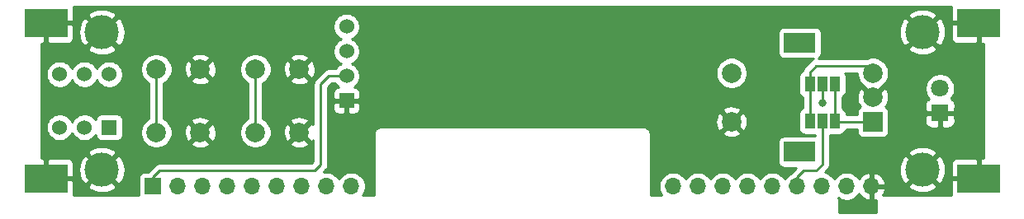
<source format=gbl>
G04 #@! TF.GenerationSoftware,KiCad,Pcbnew,(5.1.8)-1*
G04 #@! TF.CreationDate,2023-02-02T03:20:21+01:00*
G04 #@! TF.ProjectId,BulkyMIDI-32 Internal Panel,42756c6b-794d-4494-9449-2d333220496e,rev?*
G04 #@! TF.SameCoordinates,Original*
G04 #@! TF.FileFunction,Copper,L2,Bot*
G04 #@! TF.FilePolarity,Positive*
%FSLAX46Y46*%
G04 Gerber Fmt 4.6, Leading zero omitted, Abs format (unit mm)*
G04 Created by KiCad (PCBNEW (5.1.8)-1) date 2023-02-02 03:20:21*
%MOMM*%
%LPD*%
G01*
G04 APERTURE LIST*
G04 #@! TA.AperFunction,ComponentPad*
%ADD10O,1.700000X1.700000*%
G04 #@! TD*
G04 #@! TA.AperFunction,ComponentPad*
%ADD11R,1.700000X1.700000*%
G04 #@! TD*
G04 #@! TA.AperFunction,ComponentPad*
%ADD12C,2.000000*%
G04 #@! TD*
G04 #@! TA.AperFunction,ComponentPad*
%ADD13R,3.200000X2.000000*%
G04 #@! TD*
G04 #@! TA.AperFunction,ComponentPad*
%ADD14R,2.000000X2.000000*%
G04 #@! TD*
G04 #@! TA.AperFunction,SMDPad,CuDef*
%ADD15R,1.000000X1.500000*%
G04 #@! TD*
G04 #@! TA.AperFunction,ComponentPad*
%ADD16C,3.500000*%
G04 #@! TD*
G04 #@! TA.AperFunction,ComponentPad*
%ADD17R,1.524000X1.524000*%
G04 #@! TD*
G04 #@! TA.AperFunction,ComponentPad*
%ADD18C,1.524000*%
G04 #@! TD*
G04 #@! TA.AperFunction,ComponentPad*
%ADD19R,1.800000X1.800000*%
G04 #@! TD*
G04 #@! TA.AperFunction,ComponentPad*
%ADD20C,1.800000*%
G04 #@! TD*
G04 #@! TA.AperFunction,SMDPad,CuDef*
%ADD21R,4.400000X3.000000*%
G04 #@! TD*
G04 #@! TA.AperFunction,ViaPad*
%ADD22C,0.800000*%
G04 #@! TD*
G04 #@! TA.AperFunction,Conductor*
%ADD23C,0.250000*%
G04 #@! TD*
G04 #@! TA.AperFunction,Conductor*
%ADD24C,0.254000*%
G04 #@! TD*
G04 #@! TA.AperFunction,Conductor*
%ADD25C,0.100000*%
G04 #@! TD*
G04 APERTURE END LIST*
D10*
X187580000Y-98436000D03*
X185040000Y-98436000D03*
X182500000Y-98436000D03*
X179960000Y-98436000D03*
X177420000Y-98436000D03*
X174880000Y-98436000D03*
X172340000Y-98436000D03*
X169800000Y-98436000D03*
X167260000Y-98436000D03*
X134240000Y-98436000D03*
X131700000Y-98436000D03*
X129160000Y-98436000D03*
X126620000Y-98436000D03*
X124080000Y-98436000D03*
X121540000Y-98436000D03*
X119000000Y-98436000D03*
X116460000Y-98436000D03*
D11*
X113920000Y-98436000D03*
D12*
X124420000Y-86400000D03*
X128920000Y-86400000D03*
X124420000Y-92900000D03*
X128920000Y-92900000D03*
X114260000Y-86400000D03*
X118760000Y-86400000D03*
X114260000Y-92900000D03*
X118760000Y-92900000D03*
X173232500Y-86792000D03*
X173232500Y-91792000D03*
D13*
X180232500Y-83692000D03*
X180232500Y-94892000D03*
D12*
X187732500Y-86792000D03*
X187732500Y-89292000D03*
D14*
X187732500Y-91792000D03*
D15*
X181250000Y-87935000D03*
X182550000Y-87935000D03*
X183850000Y-87935000D03*
X181250000Y-91745000D03*
X182550000Y-91745000D03*
X183850000Y-91745000D03*
D16*
X108687500Y-96725000D03*
X108687500Y-82575000D03*
D17*
X133754300Y-89635000D03*
D18*
X133754300Y-87095000D03*
X133754300Y-84555000D03*
X133754300Y-82015000D03*
D19*
X194615000Y-90920000D03*
D20*
X194615000Y-88380000D03*
D16*
X192812500Y-96725000D03*
X192812500Y-82575000D03*
D18*
X104345500Y-92375000D03*
X106885500Y-92375000D03*
D17*
X109425500Y-92375000D03*
D18*
X109425500Y-86925000D03*
X106885500Y-86925000D03*
X104345500Y-86925000D03*
D21*
X102934500Y-81648500D03*
X102934500Y-97650500D03*
X198565500Y-81648500D03*
X198565500Y-97650500D03*
D22*
X182550000Y-89840000D03*
D23*
X181250000Y-91745000D02*
X181250000Y-87935000D01*
X181250000Y-87935000D02*
X181250000Y-86695000D01*
X181250000Y-86695000D02*
X181915000Y-86030000D01*
X186970500Y-86030000D02*
X187732500Y-86792000D01*
X181915000Y-86030000D02*
X186970500Y-86030000D01*
X183897000Y-91792000D02*
X183850000Y-91745000D01*
X187732500Y-91792000D02*
X183897000Y-91792000D01*
X183850000Y-91745000D02*
X183850000Y-87935000D01*
X179960000Y-98436000D02*
X179960000Y-97510000D01*
X179960000Y-97510000D02*
X180645000Y-96825000D01*
X180645000Y-96825000D02*
X181915000Y-96825000D01*
X181915000Y-96825000D02*
X182550000Y-96190000D01*
X182550000Y-96190000D02*
X182550000Y-91110000D01*
X182550000Y-87935000D02*
X182550000Y-89840000D01*
X113920000Y-98436000D02*
X113920000Y-97510000D01*
X113920000Y-97510000D02*
X114605000Y-96825000D01*
X114605000Y-96825000D02*
X130480000Y-96825000D01*
X130480000Y-96825000D02*
X131115000Y-96190000D01*
X131115000Y-96190000D02*
X131115000Y-87935000D01*
X131955000Y-87095000D02*
X133754300Y-87095000D01*
X131115000Y-87935000D02*
X131955000Y-87095000D01*
X114260000Y-92900000D02*
X114260000Y-86400000D01*
X124420000Y-92900000D02*
X124420000Y-86400000D01*
D24*
X195739688Y-80024018D02*
X195727428Y-80148500D01*
X195730500Y-81362750D01*
X195889250Y-81521500D01*
X198438500Y-81521500D01*
X198438500Y-81501500D01*
X198692500Y-81501500D01*
X198692500Y-81521500D01*
X198712500Y-81521500D01*
X198712500Y-81775500D01*
X198692500Y-81775500D01*
X198692500Y-83624750D01*
X198851250Y-83783500D01*
X199069804Y-83783851D01*
X199049550Y-83850617D01*
X199036807Y-83980000D01*
X199040001Y-84012429D01*
X199040000Y-95287581D01*
X199036807Y-95320000D01*
X199049550Y-95449383D01*
X199069500Y-95515150D01*
X198851250Y-95515500D01*
X198692500Y-95674250D01*
X198692500Y-97523500D01*
X198712500Y-97523500D01*
X198712500Y-97777500D01*
X198692500Y-97777500D01*
X198692500Y-97797500D01*
X198438500Y-97797500D01*
X198438500Y-97777500D01*
X195889250Y-97777500D01*
X195730500Y-97936250D01*
X195727428Y-99150500D01*
X195739688Y-99274982D01*
X195759411Y-99340000D01*
X188754766Y-99340000D01*
X188775178Y-99317355D01*
X188924157Y-99067252D01*
X189021481Y-98792891D01*
X188900814Y-98563000D01*
X187707000Y-98563000D01*
X187707000Y-99756155D01*
X187936890Y-99877476D01*
X188047662Y-99843877D01*
X188039550Y-99870617D01*
X188026807Y-100000000D01*
X188030000Y-100032418D01*
X188030001Y-101140000D01*
X184270000Y-101140000D01*
X184270000Y-100032418D01*
X184273193Y-100000000D01*
X184260450Y-99870617D01*
X184222710Y-99746207D01*
X184164251Y-99636838D01*
X184336589Y-99751990D01*
X184606842Y-99863932D01*
X184893740Y-99921000D01*
X185186260Y-99921000D01*
X185473158Y-99863932D01*
X185743411Y-99751990D01*
X185986632Y-99589475D01*
X186193475Y-99382632D01*
X186315195Y-99200466D01*
X186384822Y-99317355D01*
X186579731Y-99533588D01*
X186813080Y-99707641D01*
X187075901Y-99832825D01*
X187223110Y-99877476D01*
X187453000Y-99756155D01*
X187453000Y-98563000D01*
X187433000Y-98563000D01*
X187433000Y-98394609D01*
X191322497Y-98394609D01*
X191508573Y-98735766D01*
X191925909Y-98951513D01*
X192377315Y-99081696D01*
X192845446Y-99121313D01*
X193312311Y-99068842D01*
X193759968Y-98926297D01*
X194116427Y-98735766D01*
X194302503Y-98394609D01*
X192812500Y-96904605D01*
X191322497Y-98394609D01*
X187433000Y-98394609D01*
X187433000Y-98309000D01*
X187453000Y-98309000D01*
X187453000Y-97115845D01*
X187707000Y-97115845D01*
X187707000Y-98309000D01*
X188900814Y-98309000D01*
X189021481Y-98079109D01*
X188924157Y-97804748D01*
X188775178Y-97554645D01*
X188580269Y-97338412D01*
X188346920Y-97164359D01*
X188084099Y-97039175D01*
X187936890Y-96994524D01*
X187707000Y-97115845D01*
X187453000Y-97115845D01*
X187223110Y-96994524D01*
X187075901Y-97039175D01*
X186813080Y-97164359D01*
X186579731Y-97338412D01*
X186384822Y-97554645D01*
X186315195Y-97671534D01*
X186193475Y-97489368D01*
X185986632Y-97282525D01*
X185743411Y-97120010D01*
X185473158Y-97008068D01*
X185186260Y-96951000D01*
X184893740Y-96951000D01*
X184606842Y-97008068D01*
X184336589Y-97120010D01*
X184093368Y-97282525D01*
X183886525Y-97489368D01*
X183770000Y-97663760D01*
X183653475Y-97489368D01*
X183446632Y-97282525D01*
X183203411Y-97120010D01*
X182933158Y-97008068D01*
X182827709Y-96987093D01*
X183056856Y-96757946D01*
X190416187Y-96757946D01*
X190468658Y-97224811D01*
X190611203Y-97672468D01*
X190801734Y-98028927D01*
X191142891Y-98215003D01*
X192632895Y-96725000D01*
X192992105Y-96725000D01*
X194482109Y-98215003D01*
X194823266Y-98028927D01*
X195039013Y-97611591D01*
X195169196Y-97160185D01*
X195208813Y-96692054D01*
X195156342Y-96225189D01*
X195132560Y-96150500D01*
X195727428Y-96150500D01*
X195730500Y-97364750D01*
X195889250Y-97523500D01*
X198438500Y-97523500D01*
X198438500Y-95674250D01*
X198279750Y-95515500D01*
X196365500Y-95512428D01*
X196241018Y-95524688D01*
X196121320Y-95560998D01*
X196011006Y-95619963D01*
X195914315Y-95699315D01*
X195834963Y-95796006D01*
X195775998Y-95906320D01*
X195739688Y-96026018D01*
X195727428Y-96150500D01*
X195132560Y-96150500D01*
X195013797Y-95777532D01*
X194823266Y-95421073D01*
X194482109Y-95234997D01*
X192992105Y-96725000D01*
X192632895Y-96725000D01*
X191142891Y-95234997D01*
X190801734Y-95421073D01*
X190585987Y-95838409D01*
X190455804Y-96289815D01*
X190416187Y-96757946D01*
X183056856Y-96757946D01*
X183061004Y-96753798D01*
X183090001Y-96730001D01*
X183184974Y-96614276D01*
X183255546Y-96482247D01*
X183299003Y-96338986D01*
X183310000Y-96227333D01*
X183310000Y-96227332D01*
X183313677Y-96190000D01*
X183310000Y-96152667D01*
X183310000Y-95055391D01*
X191322497Y-95055391D01*
X192812500Y-96545395D01*
X194302503Y-95055391D01*
X194116427Y-94714234D01*
X193699091Y-94498487D01*
X193247685Y-94368304D01*
X192779554Y-94328687D01*
X192312689Y-94381158D01*
X191865032Y-94523703D01*
X191508573Y-94714234D01*
X191322497Y-95055391D01*
X183310000Y-95055391D01*
X183310000Y-93129132D01*
X183350000Y-93133072D01*
X184350000Y-93133072D01*
X184474482Y-93120812D01*
X184594180Y-93084502D01*
X184704494Y-93025537D01*
X184801185Y-92946185D01*
X184880537Y-92849494D01*
X184939502Y-92739180D01*
X184975812Y-92619482D01*
X184982458Y-92552000D01*
X186094428Y-92552000D01*
X186094428Y-92792000D01*
X186106688Y-92916482D01*
X186142998Y-93036180D01*
X186201963Y-93146494D01*
X186281315Y-93243185D01*
X186378006Y-93322537D01*
X186488320Y-93381502D01*
X186608018Y-93417812D01*
X186732500Y-93430072D01*
X188732500Y-93430072D01*
X188856982Y-93417812D01*
X188976680Y-93381502D01*
X189086994Y-93322537D01*
X189183685Y-93243185D01*
X189263037Y-93146494D01*
X189322002Y-93036180D01*
X189358312Y-92916482D01*
X189370572Y-92792000D01*
X189370572Y-91820000D01*
X193076928Y-91820000D01*
X193089188Y-91944482D01*
X193125498Y-92064180D01*
X193184463Y-92174494D01*
X193263815Y-92271185D01*
X193360506Y-92350537D01*
X193470820Y-92409502D01*
X193590518Y-92445812D01*
X193715000Y-92458072D01*
X194329250Y-92455000D01*
X194488000Y-92296250D01*
X194488000Y-91047000D01*
X194742000Y-91047000D01*
X194742000Y-92296250D01*
X194900750Y-92455000D01*
X195515000Y-92458072D01*
X195639482Y-92445812D01*
X195759180Y-92409502D01*
X195869494Y-92350537D01*
X195966185Y-92271185D01*
X196045537Y-92174494D01*
X196104502Y-92064180D01*
X196140812Y-91944482D01*
X196153072Y-91820000D01*
X196150000Y-91205750D01*
X195991250Y-91047000D01*
X194742000Y-91047000D01*
X194488000Y-91047000D01*
X193238750Y-91047000D01*
X193080000Y-91205750D01*
X193076928Y-91820000D01*
X189370572Y-91820000D01*
X189370572Y-90792000D01*
X189358312Y-90667518D01*
X189322002Y-90547820D01*
X189263037Y-90437506D01*
X189183685Y-90340815D01*
X189086994Y-90261463D01*
X188983277Y-90206024D01*
X189132314Y-90152044D01*
X189196549Y-90020000D01*
X193076928Y-90020000D01*
X193080000Y-90634250D01*
X193238750Y-90793000D01*
X194488000Y-90793000D01*
X194488000Y-90773000D01*
X194742000Y-90773000D01*
X194742000Y-90793000D01*
X195991250Y-90793000D01*
X196150000Y-90634250D01*
X196153072Y-90020000D01*
X196140812Y-89895518D01*
X196104502Y-89775820D01*
X196045537Y-89665506D01*
X195966185Y-89568815D01*
X195869494Y-89489463D01*
X195759180Y-89430498D01*
X195740873Y-89424944D01*
X195807312Y-89358505D01*
X195975299Y-89107095D01*
X196091011Y-88827743D01*
X196150000Y-88531184D01*
X196150000Y-88228816D01*
X196091011Y-87932257D01*
X195975299Y-87652905D01*
X195807312Y-87401495D01*
X195593505Y-87187688D01*
X195342095Y-87019701D01*
X195062743Y-86903989D01*
X194766184Y-86845000D01*
X194463816Y-86845000D01*
X194167257Y-86903989D01*
X193887905Y-87019701D01*
X193636495Y-87187688D01*
X193422688Y-87401495D01*
X193254701Y-87652905D01*
X193138989Y-87932257D01*
X193080000Y-88228816D01*
X193080000Y-88531184D01*
X193138989Y-88827743D01*
X193254701Y-89107095D01*
X193422688Y-89358505D01*
X193489127Y-89424944D01*
X193470820Y-89430498D01*
X193360506Y-89489463D01*
X193263815Y-89568815D01*
X193184463Y-89665506D01*
X193125498Y-89775820D01*
X193089188Y-89895518D01*
X193076928Y-90020000D01*
X189196549Y-90020000D01*
X189273204Y-89862429D01*
X189354884Y-89550892D01*
X189374218Y-89229405D01*
X189330461Y-88910325D01*
X189225295Y-88605912D01*
X189132314Y-88431956D01*
X188867913Y-88336192D01*
X187912105Y-89292000D01*
X187926248Y-89306143D01*
X187746643Y-89485748D01*
X187732500Y-89471605D01*
X187718358Y-89485748D01*
X187538753Y-89306143D01*
X187552895Y-89292000D01*
X186597087Y-88336192D01*
X186332686Y-88431956D01*
X186191796Y-88721571D01*
X186110116Y-89033108D01*
X186090782Y-89354595D01*
X186134539Y-89673675D01*
X186239705Y-89978088D01*
X186332686Y-90152044D01*
X186481723Y-90206024D01*
X186378006Y-90261463D01*
X186281315Y-90340815D01*
X186201963Y-90437506D01*
X186142998Y-90547820D01*
X186106688Y-90667518D01*
X186094428Y-90792000D01*
X186094428Y-91032000D01*
X184988072Y-91032000D01*
X184988072Y-90995000D01*
X184975812Y-90870518D01*
X184939502Y-90750820D01*
X184880537Y-90640506D01*
X184801185Y-90543815D01*
X184704494Y-90464463D01*
X184610000Y-90413954D01*
X184610000Y-89266046D01*
X184704494Y-89215537D01*
X184801185Y-89136185D01*
X184880537Y-89039494D01*
X184939502Y-88929180D01*
X184975812Y-88809482D01*
X184988072Y-88685000D01*
X184988072Y-87185000D01*
X184975812Y-87060518D01*
X184939502Y-86940820D01*
X184880537Y-86830506D01*
X184847295Y-86790000D01*
X186097500Y-86790000D01*
X186097500Y-86953033D01*
X186160332Y-87268912D01*
X186283582Y-87566463D01*
X186462513Y-87834252D01*
X186690248Y-88061987D01*
X186787435Y-88126925D01*
X186776692Y-88156587D01*
X187732500Y-89112395D01*
X188688308Y-88156587D01*
X188677565Y-88126925D01*
X188774752Y-88061987D01*
X189002487Y-87834252D01*
X189181418Y-87566463D01*
X189304668Y-87268912D01*
X189367500Y-86953033D01*
X189367500Y-86630967D01*
X189304668Y-86315088D01*
X189181418Y-86017537D01*
X189002487Y-85749748D01*
X188774752Y-85522013D01*
X188506963Y-85343082D01*
X188209412Y-85219832D01*
X187893533Y-85157000D01*
X187571467Y-85157000D01*
X187255588Y-85219832D01*
X187110144Y-85280077D01*
X187007833Y-85270000D01*
X187007822Y-85270000D01*
X186970500Y-85266324D01*
X186933178Y-85270000D01*
X182098198Y-85270000D01*
X182186994Y-85222537D01*
X182283685Y-85143185D01*
X182363037Y-85046494D01*
X182422002Y-84936180D01*
X182458312Y-84816482D01*
X182470572Y-84692000D01*
X182470572Y-84244609D01*
X191322497Y-84244609D01*
X191508573Y-84585766D01*
X191925909Y-84801513D01*
X192377315Y-84931696D01*
X192845446Y-84971313D01*
X193312311Y-84918842D01*
X193759968Y-84776297D01*
X194116427Y-84585766D01*
X194302503Y-84244609D01*
X192812500Y-82754605D01*
X191322497Y-84244609D01*
X182470572Y-84244609D01*
X182470572Y-82692000D01*
X182462294Y-82607946D01*
X190416187Y-82607946D01*
X190468658Y-83074811D01*
X190611203Y-83522468D01*
X190801734Y-83878927D01*
X191142891Y-84065003D01*
X192632895Y-82575000D01*
X192992105Y-82575000D01*
X194482109Y-84065003D01*
X194823266Y-83878927D01*
X195039013Y-83461591D01*
X195129306Y-83148500D01*
X195727428Y-83148500D01*
X195739688Y-83272982D01*
X195775998Y-83392680D01*
X195834963Y-83502994D01*
X195914315Y-83599685D01*
X196011006Y-83679037D01*
X196121320Y-83738002D01*
X196241018Y-83774312D01*
X196365500Y-83786572D01*
X198279750Y-83783500D01*
X198438500Y-83624750D01*
X198438500Y-81775500D01*
X195889250Y-81775500D01*
X195730500Y-81934250D01*
X195727428Y-83148500D01*
X195129306Y-83148500D01*
X195169196Y-83010185D01*
X195208813Y-82542054D01*
X195156342Y-82075189D01*
X195013797Y-81627532D01*
X194823266Y-81271073D01*
X194482109Y-81084997D01*
X192992105Y-82575000D01*
X192632895Y-82575000D01*
X191142891Y-81084997D01*
X190801734Y-81271073D01*
X190585987Y-81688409D01*
X190455804Y-82139815D01*
X190416187Y-82607946D01*
X182462294Y-82607946D01*
X182458312Y-82567518D01*
X182422002Y-82447820D01*
X182363037Y-82337506D01*
X182283685Y-82240815D01*
X182186994Y-82161463D01*
X182076680Y-82102498D01*
X181956982Y-82066188D01*
X181832500Y-82053928D01*
X178632500Y-82053928D01*
X178508018Y-82066188D01*
X178388320Y-82102498D01*
X178278006Y-82161463D01*
X178181315Y-82240815D01*
X178101963Y-82337506D01*
X178042998Y-82447820D01*
X178006688Y-82567518D01*
X177994428Y-82692000D01*
X177994428Y-84692000D01*
X178006688Y-84816482D01*
X178042998Y-84936180D01*
X178101963Y-85046494D01*
X178181315Y-85143185D01*
X178278006Y-85222537D01*
X178388320Y-85281502D01*
X178508018Y-85317812D01*
X178632500Y-85330072D01*
X181612243Y-85330072D01*
X181490723Y-85395026D01*
X181407083Y-85463668D01*
X181374999Y-85489999D01*
X181351200Y-85518998D01*
X180738998Y-86131201D01*
X180710000Y-86154999D01*
X180686202Y-86183997D01*
X180686201Y-86183998D01*
X180615026Y-86270724D01*
X180544454Y-86402754D01*
X180527081Y-86460027D01*
X180500998Y-86546014D01*
X180497690Y-86579605D01*
X180495585Y-86600969D01*
X180395506Y-86654463D01*
X180298815Y-86733815D01*
X180219463Y-86830506D01*
X180160498Y-86940820D01*
X180124188Y-87060518D01*
X180111928Y-87185000D01*
X180111928Y-88685000D01*
X180124188Y-88809482D01*
X180160498Y-88929180D01*
X180219463Y-89039494D01*
X180298815Y-89136185D01*
X180395506Y-89215537D01*
X180490001Y-89266046D01*
X180490000Y-90413954D01*
X180395506Y-90464463D01*
X180298815Y-90543815D01*
X180219463Y-90640506D01*
X180160498Y-90750820D01*
X180124188Y-90870518D01*
X180111928Y-90995000D01*
X180111928Y-92495000D01*
X180124188Y-92619482D01*
X180160498Y-92739180D01*
X180219463Y-92849494D01*
X180298815Y-92946185D01*
X180395506Y-93025537D01*
X180505820Y-93084502D01*
X180625518Y-93120812D01*
X180750000Y-93133072D01*
X181750000Y-93133072D01*
X181790001Y-93129132D01*
X181790001Y-93253928D01*
X178632500Y-93253928D01*
X178508018Y-93266188D01*
X178388320Y-93302498D01*
X178278006Y-93361463D01*
X178181315Y-93440815D01*
X178101963Y-93537506D01*
X178042998Y-93647820D01*
X178006688Y-93767518D01*
X177994428Y-93892000D01*
X177994428Y-95892000D01*
X178006688Y-96016482D01*
X178042998Y-96136180D01*
X178101963Y-96246494D01*
X178181315Y-96343185D01*
X178278006Y-96422537D01*
X178388320Y-96481502D01*
X178508018Y-96517812D01*
X178632500Y-96530072D01*
X179865126Y-96530072D01*
X179448998Y-96946201D01*
X179420000Y-96969999D01*
X179396202Y-96998997D01*
X179396201Y-96998998D01*
X179325026Y-97085724D01*
X179320949Y-97093351D01*
X179256589Y-97120010D01*
X179013368Y-97282525D01*
X178806525Y-97489368D01*
X178690000Y-97663760D01*
X178573475Y-97489368D01*
X178366632Y-97282525D01*
X178123411Y-97120010D01*
X177853158Y-97008068D01*
X177566260Y-96951000D01*
X177273740Y-96951000D01*
X176986842Y-97008068D01*
X176716589Y-97120010D01*
X176473368Y-97282525D01*
X176266525Y-97489368D01*
X176150000Y-97663760D01*
X176033475Y-97489368D01*
X175826632Y-97282525D01*
X175583411Y-97120010D01*
X175313158Y-97008068D01*
X175026260Y-96951000D01*
X174733740Y-96951000D01*
X174446842Y-97008068D01*
X174176589Y-97120010D01*
X173933368Y-97282525D01*
X173726525Y-97489368D01*
X173610000Y-97663760D01*
X173493475Y-97489368D01*
X173286632Y-97282525D01*
X173043411Y-97120010D01*
X172773158Y-97008068D01*
X172486260Y-96951000D01*
X172193740Y-96951000D01*
X171906842Y-97008068D01*
X171636589Y-97120010D01*
X171393368Y-97282525D01*
X171186525Y-97489368D01*
X171070000Y-97663760D01*
X170953475Y-97489368D01*
X170746632Y-97282525D01*
X170503411Y-97120010D01*
X170233158Y-97008068D01*
X169946260Y-96951000D01*
X169653740Y-96951000D01*
X169366842Y-97008068D01*
X169096589Y-97120010D01*
X168853368Y-97282525D01*
X168646525Y-97489368D01*
X168530000Y-97663760D01*
X168413475Y-97489368D01*
X168206632Y-97282525D01*
X167963411Y-97120010D01*
X167693158Y-97008068D01*
X167406260Y-96951000D01*
X167113740Y-96951000D01*
X166826842Y-97008068D01*
X166556589Y-97120010D01*
X166313368Y-97282525D01*
X166106525Y-97489368D01*
X165944010Y-97732589D01*
X165832068Y-98002842D01*
X165775000Y-98289740D01*
X165775000Y-98582260D01*
X165832068Y-98869158D01*
X165944010Y-99139411D01*
X166078039Y-99340000D01*
X164908700Y-99340000D01*
X164908700Y-93032419D01*
X164911893Y-93000000D01*
X164904744Y-92927413D01*
X172276692Y-92927413D01*
X172372456Y-93191814D01*
X172662071Y-93332704D01*
X172973608Y-93414384D01*
X173295095Y-93433718D01*
X173614175Y-93389961D01*
X173918588Y-93284795D01*
X174092544Y-93191814D01*
X174188308Y-92927413D01*
X173232500Y-91971605D01*
X172276692Y-92927413D01*
X164904744Y-92927413D01*
X164899150Y-92870617D01*
X164861410Y-92746207D01*
X164800125Y-92631550D01*
X164717648Y-92531052D01*
X164617150Y-92448575D01*
X164502493Y-92387290D01*
X164378083Y-92349550D01*
X164281119Y-92340000D01*
X164248700Y-92336807D01*
X164216281Y-92340000D01*
X137283719Y-92340000D01*
X137251300Y-92336807D01*
X137218881Y-92340000D01*
X137121917Y-92349550D01*
X136997507Y-92387290D01*
X136882850Y-92448575D01*
X136782352Y-92531052D01*
X136699875Y-92631550D01*
X136638590Y-92746207D01*
X136600850Y-92870617D01*
X136588107Y-93000000D01*
X136591300Y-93032419D01*
X136591301Y-99340000D01*
X135421961Y-99340000D01*
X135555990Y-99139411D01*
X135667932Y-98869158D01*
X135725000Y-98582260D01*
X135725000Y-98289740D01*
X135667932Y-98002842D01*
X135555990Y-97732589D01*
X135393475Y-97489368D01*
X135186632Y-97282525D01*
X134943411Y-97120010D01*
X134673158Y-97008068D01*
X134386260Y-96951000D01*
X134093740Y-96951000D01*
X133806842Y-97008068D01*
X133536589Y-97120010D01*
X133293368Y-97282525D01*
X133086525Y-97489368D01*
X132970000Y-97663760D01*
X132853475Y-97489368D01*
X132646632Y-97282525D01*
X132403411Y-97120010D01*
X132133158Y-97008068D01*
X131846260Y-96951000D01*
X131553740Y-96951000D01*
X131397779Y-96982023D01*
X131626004Y-96753798D01*
X131655001Y-96730001D01*
X131749974Y-96614276D01*
X131820546Y-96482247D01*
X131864003Y-96338986D01*
X131875000Y-96227333D01*
X131875000Y-96227332D01*
X131878677Y-96190000D01*
X131875000Y-96152667D01*
X131875000Y-91854595D01*
X171590782Y-91854595D01*
X171634539Y-92173675D01*
X171739705Y-92478088D01*
X171832686Y-92652044D01*
X172097087Y-92747808D01*
X173052895Y-91792000D01*
X173412105Y-91792000D01*
X174367913Y-92747808D01*
X174632314Y-92652044D01*
X174773204Y-92362429D01*
X174854884Y-92050892D01*
X174874218Y-91729405D01*
X174830461Y-91410325D01*
X174725295Y-91105912D01*
X174632314Y-90931956D01*
X174367913Y-90836192D01*
X173412105Y-91792000D01*
X173052895Y-91792000D01*
X172097087Y-90836192D01*
X171832686Y-90931956D01*
X171691796Y-91221571D01*
X171610116Y-91533108D01*
X171590782Y-91854595D01*
X131875000Y-91854595D01*
X131875000Y-90397000D01*
X132354228Y-90397000D01*
X132366488Y-90521482D01*
X132402798Y-90641180D01*
X132461763Y-90751494D01*
X132541115Y-90848185D01*
X132637806Y-90927537D01*
X132748120Y-90986502D01*
X132867818Y-91022812D01*
X132992300Y-91035072D01*
X133468550Y-91032000D01*
X133627300Y-90873250D01*
X133627300Y-89762000D01*
X133881300Y-89762000D01*
X133881300Y-90873250D01*
X134040050Y-91032000D01*
X134516300Y-91035072D01*
X134640782Y-91022812D01*
X134760480Y-90986502D01*
X134870794Y-90927537D01*
X134967485Y-90848185D01*
X135046837Y-90751494D01*
X135097566Y-90656587D01*
X172276692Y-90656587D01*
X173232500Y-91612395D01*
X174188308Y-90656587D01*
X174092544Y-90392186D01*
X173802929Y-90251296D01*
X173491392Y-90169616D01*
X173169905Y-90150282D01*
X172850825Y-90194039D01*
X172546412Y-90299205D01*
X172372456Y-90392186D01*
X172276692Y-90656587D01*
X135097566Y-90656587D01*
X135105802Y-90641180D01*
X135142112Y-90521482D01*
X135154372Y-90397000D01*
X135151300Y-89920750D01*
X134992550Y-89762000D01*
X133881300Y-89762000D01*
X133627300Y-89762000D01*
X132516050Y-89762000D01*
X132357300Y-89920750D01*
X132354228Y-90397000D01*
X131875000Y-90397000D01*
X131875000Y-88249802D01*
X132269802Y-87855000D01*
X132581959Y-87855000D01*
X132669180Y-87985535D01*
X132863765Y-88180120D01*
X132951765Y-88238920D01*
X132867818Y-88247188D01*
X132748120Y-88283498D01*
X132637806Y-88342463D01*
X132541115Y-88421815D01*
X132461763Y-88518506D01*
X132402798Y-88628820D01*
X132366488Y-88748518D01*
X132354228Y-88873000D01*
X132357300Y-89349250D01*
X132516050Y-89508000D01*
X133627300Y-89508000D01*
X133627300Y-89488000D01*
X133881300Y-89488000D01*
X133881300Y-89508000D01*
X134992550Y-89508000D01*
X135151300Y-89349250D01*
X135154372Y-88873000D01*
X135142112Y-88748518D01*
X135105802Y-88628820D01*
X135046837Y-88518506D01*
X134967485Y-88421815D01*
X134870794Y-88342463D01*
X134760480Y-88283498D01*
X134640782Y-88247188D01*
X134556835Y-88238920D01*
X134644835Y-88180120D01*
X134839420Y-87985535D01*
X134992305Y-87756727D01*
X135097614Y-87502490D01*
X135151300Y-87232592D01*
X135151300Y-86957408D01*
X135097614Y-86687510D01*
X135074193Y-86630967D01*
X171597500Y-86630967D01*
X171597500Y-86953033D01*
X171660332Y-87268912D01*
X171783582Y-87566463D01*
X171962513Y-87834252D01*
X172190248Y-88061987D01*
X172458037Y-88240918D01*
X172755588Y-88364168D01*
X173071467Y-88427000D01*
X173393533Y-88427000D01*
X173709412Y-88364168D01*
X174006963Y-88240918D01*
X174274752Y-88061987D01*
X174502487Y-87834252D01*
X174681418Y-87566463D01*
X174804668Y-87268912D01*
X174867500Y-86953033D01*
X174867500Y-86630967D01*
X174804668Y-86315088D01*
X174681418Y-86017537D01*
X174502487Y-85749748D01*
X174274752Y-85522013D01*
X174006963Y-85343082D01*
X173709412Y-85219832D01*
X173393533Y-85157000D01*
X173071467Y-85157000D01*
X172755588Y-85219832D01*
X172458037Y-85343082D01*
X172190248Y-85522013D01*
X171962513Y-85749748D01*
X171783582Y-86017537D01*
X171660332Y-86315088D01*
X171597500Y-86630967D01*
X135074193Y-86630967D01*
X134992305Y-86433273D01*
X134839420Y-86204465D01*
X134644835Y-86009880D01*
X134416027Y-85856995D01*
X134338785Y-85825000D01*
X134416027Y-85793005D01*
X134644835Y-85640120D01*
X134839420Y-85445535D01*
X134992305Y-85216727D01*
X135097614Y-84962490D01*
X135151300Y-84692592D01*
X135151300Y-84417408D01*
X135097614Y-84147510D01*
X134992305Y-83893273D01*
X134839420Y-83664465D01*
X134644835Y-83469880D01*
X134416027Y-83316995D01*
X134338785Y-83285000D01*
X134416027Y-83253005D01*
X134644835Y-83100120D01*
X134839420Y-82905535D01*
X134992305Y-82676727D01*
X135097614Y-82422490D01*
X135151300Y-82152592D01*
X135151300Y-81877408D01*
X135097614Y-81607510D01*
X134992305Y-81353273D01*
X134839420Y-81124465D01*
X134644835Y-80929880D01*
X134608185Y-80905391D01*
X191322497Y-80905391D01*
X192812500Y-82395395D01*
X194302503Y-80905391D01*
X194116427Y-80564234D01*
X193699091Y-80348487D01*
X193247685Y-80218304D01*
X192779554Y-80178687D01*
X192312689Y-80231158D01*
X191865032Y-80373703D01*
X191508573Y-80564234D01*
X191322497Y-80905391D01*
X134608185Y-80905391D01*
X134416027Y-80776995D01*
X134161790Y-80671686D01*
X133891892Y-80618000D01*
X133616708Y-80618000D01*
X133346810Y-80671686D01*
X133092573Y-80776995D01*
X132863765Y-80929880D01*
X132669180Y-81124465D01*
X132516295Y-81353273D01*
X132410986Y-81607510D01*
X132357300Y-81877408D01*
X132357300Y-82152592D01*
X132410986Y-82422490D01*
X132516295Y-82676727D01*
X132669180Y-82905535D01*
X132863765Y-83100120D01*
X133092573Y-83253005D01*
X133169815Y-83285000D01*
X133092573Y-83316995D01*
X132863765Y-83469880D01*
X132669180Y-83664465D01*
X132516295Y-83893273D01*
X132410986Y-84147510D01*
X132357300Y-84417408D01*
X132357300Y-84692592D01*
X132410986Y-84962490D01*
X132516295Y-85216727D01*
X132669180Y-85445535D01*
X132863765Y-85640120D01*
X133092573Y-85793005D01*
X133169815Y-85825000D01*
X133092573Y-85856995D01*
X132863765Y-86009880D01*
X132669180Y-86204465D01*
X132581959Y-86335000D01*
X131992322Y-86335000D01*
X131954999Y-86331324D01*
X131917676Y-86335000D01*
X131917667Y-86335000D01*
X131806014Y-86345997D01*
X131662753Y-86389454D01*
X131530724Y-86460026D01*
X131530722Y-86460027D01*
X131530723Y-86460027D01*
X131443996Y-86531201D01*
X131443992Y-86531205D01*
X131414999Y-86554999D01*
X131391205Y-86583992D01*
X130603998Y-87371201D01*
X130575000Y-87394999D01*
X130551202Y-87423997D01*
X130551201Y-87423998D01*
X130480026Y-87510724D01*
X130409454Y-87642754D01*
X130365998Y-87786015D01*
X130351324Y-87935000D01*
X130355001Y-87972332D01*
X130355000Y-92105786D01*
X130319814Y-92039956D01*
X130055413Y-91944192D01*
X129099605Y-92900000D01*
X130055413Y-93855808D01*
X130319814Y-93760044D01*
X130355000Y-93687715D01*
X130355000Y-95875198D01*
X130165199Y-96065000D01*
X114642322Y-96065000D01*
X114604999Y-96061324D01*
X114567676Y-96065000D01*
X114567667Y-96065000D01*
X114456014Y-96075997D01*
X114312753Y-96119454D01*
X114180724Y-96190026D01*
X114064999Y-96284999D01*
X114041201Y-96313998D01*
X113408998Y-96946201D01*
X113406894Y-96947928D01*
X113070000Y-96947928D01*
X112945518Y-96960188D01*
X112825820Y-96996498D01*
X112715506Y-97055463D01*
X112618815Y-97134815D01*
X112539463Y-97231506D01*
X112480498Y-97341820D01*
X112444188Y-97461518D01*
X112431928Y-97586000D01*
X112431928Y-99286000D01*
X112437246Y-99340000D01*
X105740589Y-99340000D01*
X105760312Y-99274982D01*
X105772572Y-99150500D01*
X105770660Y-98394609D01*
X107197497Y-98394609D01*
X107383573Y-98735766D01*
X107800909Y-98951513D01*
X108252315Y-99081696D01*
X108720446Y-99121313D01*
X109187311Y-99068842D01*
X109634968Y-98926297D01*
X109991427Y-98735766D01*
X110177503Y-98394609D01*
X108687500Y-96904605D01*
X107197497Y-98394609D01*
X105770660Y-98394609D01*
X105769500Y-97936250D01*
X105610750Y-97777500D01*
X103061500Y-97777500D01*
X103061500Y-97797500D01*
X102807500Y-97797500D01*
X102807500Y-97777500D01*
X102787500Y-97777500D01*
X102787500Y-97523500D01*
X102807500Y-97523500D01*
X102807500Y-95674250D01*
X103061500Y-95674250D01*
X103061500Y-97523500D01*
X105610750Y-97523500D01*
X105769500Y-97364750D01*
X105771035Y-96757946D01*
X106291187Y-96757946D01*
X106343658Y-97224811D01*
X106486203Y-97672468D01*
X106676734Y-98028927D01*
X107017891Y-98215003D01*
X108507895Y-96725000D01*
X108867105Y-96725000D01*
X110357109Y-98215003D01*
X110698266Y-98028927D01*
X110914013Y-97611591D01*
X111044196Y-97160185D01*
X111083813Y-96692054D01*
X111031342Y-96225189D01*
X110888797Y-95777532D01*
X110698266Y-95421073D01*
X110357109Y-95234997D01*
X108867105Y-96725000D01*
X108507895Y-96725000D01*
X107017891Y-95234997D01*
X106676734Y-95421073D01*
X106460987Y-95838409D01*
X106330804Y-96289815D01*
X106291187Y-96757946D01*
X105771035Y-96757946D01*
X105772572Y-96150500D01*
X105760312Y-96026018D01*
X105724002Y-95906320D01*
X105665037Y-95796006D01*
X105585685Y-95699315D01*
X105488994Y-95619963D01*
X105378680Y-95560998D01*
X105258982Y-95524688D01*
X105134500Y-95512428D01*
X103220250Y-95515500D01*
X103061500Y-95674250D01*
X102807500Y-95674250D01*
X102648750Y-95515500D01*
X102430500Y-95515150D01*
X102450450Y-95449383D01*
X102463193Y-95320000D01*
X102460000Y-95287581D01*
X102460000Y-95055391D01*
X107197497Y-95055391D01*
X108687500Y-96545395D01*
X110177503Y-95055391D01*
X109991427Y-94714234D01*
X109574091Y-94498487D01*
X109122685Y-94368304D01*
X108654554Y-94328687D01*
X108187689Y-94381158D01*
X107740032Y-94523703D01*
X107383573Y-94714234D01*
X107197497Y-95055391D01*
X102460000Y-95055391D01*
X102460000Y-92237408D01*
X102948500Y-92237408D01*
X102948500Y-92512592D01*
X103002186Y-92782490D01*
X103107495Y-93036727D01*
X103260380Y-93265535D01*
X103454965Y-93460120D01*
X103683773Y-93613005D01*
X103938010Y-93718314D01*
X104207908Y-93772000D01*
X104483092Y-93772000D01*
X104752990Y-93718314D01*
X105007227Y-93613005D01*
X105236035Y-93460120D01*
X105430620Y-93265535D01*
X105583505Y-93036727D01*
X105615500Y-92959485D01*
X105647495Y-93036727D01*
X105800380Y-93265535D01*
X105994965Y-93460120D01*
X106223773Y-93613005D01*
X106478010Y-93718314D01*
X106747908Y-93772000D01*
X107023092Y-93772000D01*
X107292990Y-93718314D01*
X107547227Y-93613005D01*
X107776035Y-93460120D01*
X107970620Y-93265535D01*
X108029420Y-93177535D01*
X108037688Y-93261482D01*
X108073998Y-93381180D01*
X108132963Y-93491494D01*
X108212315Y-93588185D01*
X108309006Y-93667537D01*
X108419320Y-93726502D01*
X108539018Y-93762812D01*
X108663500Y-93775072D01*
X110187500Y-93775072D01*
X110311982Y-93762812D01*
X110431680Y-93726502D01*
X110541994Y-93667537D01*
X110638685Y-93588185D01*
X110718037Y-93491494D01*
X110777002Y-93381180D01*
X110813312Y-93261482D01*
X110825572Y-93137000D01*
X110825572Y-91613000D01*
X110813312Y-91488518D01*
X110777002Y-91368820D01*
X110718037Y-91258506D01*
X110638685Y-91161815D01*
X110541994Y-91082463D01*
X110431680Y-91023498D01*
X110311982Y-90987188D01*
X110187500Y-90974928D01*
X108663500Y-90974928D01*
X108539018Y-90987188D01*
X108419320Y-91023498D01*
X108309006Y-91082463D01*
X108212315Y-91161815D01*
X108132963Y-91258506D01*
X108073998Y-91368820D01*
X108037688Y-91488518D01*
X108029420Y-91572465D01*
X107970620Y-91484465D01*
X107776035Y-91289880D01*
X107547227Y-91136995D01*
X107292990Y-91031686D01*
X107023092Y-90978000D01*
X106747908Y-90978000D01*
X106478010Y-91031686D01*
X106223773Y-91136995D01*
X105994965Y-91289880D01*
X105800380Y-91484465D01*
X105647495Y-91713273D01*
X105615500Y-91790515D01*
X105583505Y-91713273D01*
X105430620Y-91484465D01*
X105236035Y-91289880D01*
X105007227Y-91136995D01*
X104752990Y-91031686D01*
X104483092Y-90978000D01*
X104207908Y-90978000D01*
X103938010Y-91031686D01*
X103683773Y-91136995D01*
X103454965Y-91289880D01*
X103260380Y-91484465D01*
X103107495Y-91713273D01*
X103002186Y-91967510D01*
X102948500Y-92237408D01*
X102460000Y-92237408D01*
X102460000Y-86787408D01*
X102948500Y-86787408D01*
X102948500Y-87062592D01*
X103002186Y-87332490D01*
X103107495Y-87586727D01*
X103260380Y-87815535D01*
X103454965Y-88010120D01*
X103683773Y-88163005D01*
X103938010Y-88268314D01*
X104207908Y-88322000D01*
X104483092Y-88322000D01*
X104752990Y-88268314D01*
X105007227Y-88163005D01*
X105236035Y-88010120D01*
X105430620Y-87815535D01*
X105583505Y-87586727D01*
X105615500Y-87509485D01*
X105647495Y-87586727D01*
X105800380Y-87815535D01*
X105994965Y-88010120D01*
X106223773Y-88163005D01*
X106478010Y-88268314D01*
X106747908Y-88322000D01*
X107023092Y-88322000D01*
X107292990Y-88268314D01*
X107547227Y-88163005D01*
X107776035Y-88010120D01*
X107970620Y-87815535D01*
X108123505Y-87586727D01*
X108155500Y-87509485D01*
X108187495Y-87586727D01*
X108340380Y-87815535D01*
X108534965Y-88010120D01*
X108763773Y-88163005D01*
X109018010Y-88268314D01*
X109287908Y-88322000D01*
X109563092Y-88322000D01*
X109832990Y-88268314D01*
X110087227Y-88163005D01*
X110316035Y-88010120D01*
X110510620Y-87815535D01*
X110663505Y-87586727D01*
X110768814Y-87332490D01*
X110822500Y-87062592D01*
X110822500Y-86787408D01*
X110768814Y-86517510D01*
X110663505Y-86263273D01*
X110647265Y-86238967D01*
X112625000Y-86238967D01*
X112625000Y-86561033D01*
X112687832Y-86876912D01*
X112811082Y-87174463D01*
X112990013Y-87442252D01*
X113217748Y-87669987D01*
X113485537Y-87848918D01*
X113500001Y-87854909D01*
X113500000Y-91445091D01*
X113485537Y-91451082D01*
X113217748Y-91630013D01*
X112990013Y-91857748D01*
X112811082Y-92125537D01*
X112687832Y-92423088D01*
X112625000Y-92738967D01*
X112625000Y-93061033D01*
X112687832Y-93376912D01*
X112811082Y-93674463D01*
X112990013Y-93942252D01*
X113217748Y-94169987D01*
X113485537Y-94348918D01*
X113783088Y-94472168D01*
X114098967Y-94535000D01*
X114421033Y-94535000D01*
X114736912Y-94472168D01*
X115034463Y-94348918D01*
X115302252Y-94169987D01*
X115436826Y-94035413D01*
X117804192Y-94035413D01*
X117899956Y-94299814D01*
X118189571Y-94440704D01*
X118501108Y-94522384D01*
X118822595Y-94541718D01*
X119141675Y-94497961D01*
X119446088Y-94392795D01*
X119620044Y-94299814D01*
X119715808Y-94035413D01*
X118760000Y-93079605D01*
X117804192Y-94035413D01*
X115436826Y-94035413D01*
X115529987Y-93942252D01*
X115708918Y-93674463D01*
X115832168Y-93376912D01*
X115895000Y-93061033D01*
X115895000Y-92962595D01*
X117118282Y-92962595D01*
X117162039Y-93281675D01*
X117267205Y-93586088D01*
X117360186Y-93760044D01*
X117624587Y-93855808D01*
X118580395Y-92900000D01*
X118939605Y-92900000D01*
X119895413Y-93855808D01*
X120159814Y-93760044D01*
X120300704Y-93470429D01*
X120382384Y-93158892D01*
X120401718Y-92837405D01*
X120357961Y-92518325D01*
X120252795Y-92213912D01*
X120159814Y-92039956D01*
X119895413Y-91944192D01*
X118939605Y-92900000D01*
X118580395Y-92900000D01*
X117624587Y-91944192D01*
X117360186Y-92039956D01*
X117219296Y-92329571D01*
X117137616Y-92641108D01*
X117118282Y-92962595D01*
X115895000Y-92962595D01*
X115895000Y-92738967D01*
X115832168Y-92423088D01*
X115708918Y-92125537D01*
X115529987Y-91857748D01*
X115436826Y-91764587D01*
X117804192Y-91764587D01*
X118760000Y-92720395D01*
X119715808Y-91764587D01*
X119620044Y-91500186D01*
X119330429Y-91359296D01*
X119018892Y-91277616D01*
X118697405Y-91258282D01*
X118378325Y-91302039D01*
X118073912Y-91407205D01*
X117899956Y-91500186D01*
X117804192Y-91764587D01*
X115436826Y-91764587D01*
X115302252Y-91630013D01*
X115034463Y-91451082D01*
X115020000Y-91445091D01*
X115020000Y-87854909D01*
X115034463Y-87848918D01*
X115302252Y-87669987D01*
X115436826Y-87535413D01*
X117804192Y-87535413D01*
X117899956Y-87799814D01*
X118189571Y-87940704D01*
X118501108Y-88022384D01*
X118822595Y-88041718D01*
X119141675Y-87997961D01*
X119446088Y-87892795D01*
X119620044Y-87799814D01*
X119715808Y-87535413D01*
X118760000Y-86579605D01*
X117804192Y-87535413D01*
X115436826Y-87535413D01*
X115529987Y-87442252D01*
X115708918Y-87174463D01*
X115832168Y-86876912D01*
X115895000Y-86561033D01*
X115895000Y-86462595D01*
X117118282Y-86462595D01*
X117162039Y-86781675D01*
X117267205Y-87086088D01*
X117360186Y-87260044D01*
X117624587Y-87355808D01*
X118580395Y-86400000D01*
X118939605Y-86400000D01*
X119895413Y-87355808D01*
X120159814Y-87260044D01*
X120300704Y-86970429D01*
X120382384Y-86658892D01*
X120401718Y-86337405D01*
X120388219Y-86238967D01*
X122785000Y-86238967D01*
X122785000Y-86561033D01*
X122847832Y-86876912D01*
X122971082Y-87174463D01*
X123150013Y-87442252D01*
X123377748Y-87669987D01*
X123645537Y-87848918D01*
X123660001Y-87854909D01*
X123660000Y-91445091D01*
X123645537Y-91451082D01*
X123377748Y-91630013D01*
X123150013Y-91857748D01*
X122971082Y-92125537D01*
X122847832Y-92423088D01*
X122785000Y-92738967D01*
X122785000Y-93061033D01*
X122847832Y-93376912D01*
X122971082Y-93674463D01*
X123150013Y-93942252D01*
X123377748Y-94169987D01*
X123645537Y-94348918D01*
X123943088Y-94472168D01*
X124258967Y-94535000D01*
X124581033Y-94535000D01*
X124896912Y-94472168D01*
X125194463Y-94348918D01*
X125462252Y-94169987D01*
X125596826Y-94035413D01*
X127964192Y-94035413D01*
X128059956Y-94299814D01*
X128349571Y-94440704D01*
X128661108Y-94522384D01*
X128982595Y-94541718D01*
X129301675Y-94497961D01*
X129606088Y-94392795D01*
X129780044Y-94299814D01*
X129875808Y-94035413D01*
X128920000Y-93079605D01*
X127964192Y-94035413D01*
X125596826Y-94035413D01*
X125689987Y-93942252D01*
X125868918Y-93674463D01*
X125992168Y-93376912D01*
X126055000Y-93061033D01*
X126055000Y-92962595D01*
X127278282Y-92962595D01*
X127322039Y-93281675D01*
X127427205Y-93586088D01*
X127520186Y-93760044D01*
X127784587Y-93855808D01*
X128740395Y-92900000D01*
X127784587Y-91944192D01*
X127520186Y-92039956D01*
X127379296Y-92329571D01*
X127297616Y-92641108D01*
X127278282Y-92962595D01*
X126055000Y-92962595D01*
X126055000Y-92738967D01*
X125992168Y-92423088D01*
X125868918Y-92125537D01*
X125689987Y-91857748D01*
X125596826Y-91764587D01*
X127964192Y-91764587D01*
X128920000Y-92720395D01*
X129875808Y-91764587D01*
X129780044Y-91500186D01*
X129490429Y-91359296D01*
X129178892Y-91277616D01*
X128857405Y-91258282D01*
X128538325Y-91302039D01*
X128233912Y-91407205D01*
X128059956Y-91500186D01*
X127964192Y-91764587D01*
X125596826Y-91764587D01*
X125462252Y-91630013D01*
X125194463Y-91451082D01*
X125180000Y-91445091D01*
X125180000Y-87854909D01*
X125194463Y-87848918D01*
X125462252Y-87669987D01*
X125596826Y-87535413D01*
X127964192Y-87535413D01*
X128059956Y-87799814D01*
X128349571Y-87940704D01*
X128661108Y-88022384D01*
X128982595Y-88041718D01*
X129301675Y-87997961D01*
X129606088Y-87892795D01*
X129780044Y-87799814D01*
X129875808Y-87535413D01*
X128920000Y-86579605D01*
X127964192Y-87535413D01*
X125596826Y-87535413D01*
X125689987Y-87442252D01*
X125868918Y-87174463D01*
X125992168Y-86876912D01*
X126055000Y-86561033D01*
X126055000Y-86462595D01*
X127278282Y-86462595D01*
X127322039Y-86781675D01*
X127427205Y-87086088D01*
X127520186Y-87260044D01*
X127784587Y-87355808D01*
X128740395Y-86400000D01*
X129099605Y-86400000D01*
X130055413Y-87355808D01*
X130319814Y-87260044D01*
X130460704Y-86970429D01*
X130542384Y-86658892D01*
X130561718Y-86337405D01*
X130517961Y-86018325D01*
X130412795Y-85713912D01*
X130319814Y-85539956D01*
X130055413Y-85444192D01*
X129099605Y-86400000D01*
X128740395Y-86400000D01*
X127784587Y-85444192D01*
X127520186Y-85539956D01*
X127379296Y-85829571D01*
X127297616Y-86141108D01*
X127278282Y-86462595D01*
X126055000Y-86462595D01*
X126055000Y-86238967D01*
X125992168Y-85923088D01*
X125868918Y-85625537D01*
X125689987Y-85357748D01*
X125596826Y-85264587D01*
X127964192Y-85264587D01*
X128920000Y-86220395D01*
X129875808Y-85264587D01*
X129780044Y-85000186D01*
X129490429Y-84859296D01*
X129178892Y-84777616D01*
X128857405Y-84758282D01*
X128538325Y-84802039D01*
X128233912Y-84907205D01*
X128059956Y-85000186D01*
X127964192Y-85264587D01*
X125596826Y-85264587D01*
X125462252Y-85130013D01*
X125194463Y-84951082D01*
X124896912Y-84827832D01*
X124581033Y-84765000D01*
X124258967Y-84765000D01*
X123943088Y-84827832D01*
X123645537Y-84951082D01*
X123377748Y-85130013D01*
X123150013Y-85357748D01*
X122971082Y-85625537D01*
X122847832Y-85923088D01*
X122785000Y-86238967D01*
X120388219Y-86238967D01*
X120357961Y-86018325D01*
X120252795Y-85713912D01*
X120159814Y-85539956D01*
X119895413Y-85444192D01*
X118939605Y-86400000D01*
X118580395Y-86400000D01*
X117624587Y-85444192D01*
X117360186Y-85539956D01*
X117219296Y-85829571D01*
X117137616Y-86141108D01*
X117118282Y-86462595D01*
X115895000Y-86462595D01*
X115895000Y-86238967D01*
X115832168Y-85923088D01*
X115708918Y-85625537D01*
X115529987Y-85357748D01*
X115436826Y-85264587D01*
X117804192Y-85264587D01*
X118760000Y-86220395D01*
X119715808Y-85264587D01*
X119620044Y-85000186D01*
X119330429Y-84859296D01*
X119018892Y-84777616D01*
X118697405Y-84758282D01*
X118378325Y-84802039D01*
X118073912Y-84907205D01*
X117899956Y-85000186D01*
X117804192Y-85264587D01*
X115436826Y-85264587D01*
X115302252Y-85130013D01*
X115034463Y-84951082D01*
X114736912Y-84827832D01*
X114421033Y-84765000D01*
X114098967Y-84765000D01*
X113783088Y-84827832D01*
X113485537Y-84951082D01*
X113217748Y-85130013D01*
X112990013Y-85357748D01*
X112811082Y-85625537D01*
X112687832Y-85923088D01*
X112625000Y-86238967D01*
X110647265Y-86238967D01*
X110510620Y-86034465D01*
X110316035Y-85839880D01*
X110087227Y-85686995D01*
X109832990Y-85581686D01*
X109563092Y-85528000D01*
X109287908Y-85528000D01*
X109018010Y-85581686D01*
X108763773Y-85686995D01*
X108534965Y-85839880D01*
X108340380Y-86034465D01*
X108187495Y-86263273D01*
X108155500Y-86340515D01*
X108123505Y-86263273D01*
X107970620Y-86034465D01*
X107776035Y-85839880D01*
X107547227Y-85686995D01*
X107292990Y-85581686D01*
X107023092Y-85528000D01*
X106747908Y-85528000D01*
X106478010Y-85581686D01*
X106223773Y-85686995D01*
X105994965Y-85839880D01*
X105800380Y-86034465D01*
X105647495Y-86263273D01*
X105615500Y-86340515D01*
X105583505Y-86263273D01*
X105430620Y-86034465D01*
X105236035Y-85839880D01*
X105007227Y-85686995D01*
X104752990Y-85581686D01*
X104483092Y-85528000D01*
X104207908Y-85528000D01*
X103938010Y-85581686D01*
X103683773Y-85686995D01*
X103454965Y-85839880D01*
X103260380Y-86034465D01*
X103107495Y-86263273D01*
X103002186Y-86517510D01*
X102948500Y-86787408D01*
X102460000Y-86787408D01*
X102460000Y-84244609D01*
X107197497Y-84244609D01*
X107383573Y-84585766D01*
X107800909Y-84801513D01*
X108252315Y-84931696D01*
X108720446Y-84971313D01*
X109187311Y-84918842D01*
X109634968Y-84776297D01*
X109991427Y-84585766D01*
X110177503Y-84244609D01*
X108687500Y-82754605D01*
X107197497Y-84244609D01*
X102460000Y-84244609D01*
X102460000Y-84012418D01*
X102463193Y-83980000D01*
X102450450Y-83850617D01*
X102430196Y-83783851D01*
X102648750Y-83783500D01*
X102807500Y-83624750D01*
X102807500Y-81775500D01*
X103061500Y-81775500D01*
X103061500Y-83624750D01*
X103220250Y-83783500D01*
X105134500Y-83786572D01*
X105258982Y-83774312D01*
X105378680Y-83738002D01*
X105488994Y-83679037D01*
X105585685Y-83599685D01*
X105665037Y-83502994D01*
X105724002Y-83392680D01*
X105760312Y-83272982D01*
X105772572Y-83148500D01*
X105771205Y-82607946D01*
X106291187Y-82607946D01*
X106343658Y-83074811D01*
X106486203Y-83522468D01*
X106676734Y-83878927D01*
X107017891Y-84065003D01*
X108507895Y-82575000D01*
X108867105Y-82575000D01*
X110357109Y-84065003D01*
X110698266Y-83878927D01*
X110914013Y-83461591D01*
X111044196Y-83010185D01*
X111083813Y-82542054D01*
X111031342Y-82075189D01*
X110888797Y-81627532D01*
X110698266Y-81271073D01*
X110357109Y-81084997D01*
X108867105Y-82575000D01*
X108507895Y-82575000D01*
X107017891Y-81084997D01*
X106676734Y-81271073D01*
X106460987Y-81688409D01*
X106330804Y-82139815D01*
X106291187Y-82607946D01*
X105771205Y-82607946D01*
X105769500Y-81934250D01*
X105610750Y-81775500D01*
X103061500Y-81775500D01*
X102807500Y-81775500D01*
X102787500Y-81775500D01*
X102787500Y-81521500D01*
X102807500Y-81521500D01*
X102807500Y-81501500D01*
X103061500Y-81501500D01*
X103061500Y-81521500D01*
X105610750Y-81521500D01*
X105769500Y-81362750D01*
X105770657Y-80905391D01*
X107197497Y-80905391D01*
X108687500Y-82395395D01*
X110177503Y-80905391D01*
X109991427Y-80564234D01*
X109574091Y-80348487D01*
X109122685Y-80218304D01*
X108654554Y-80178687D01*
X108187689Y-80231158D01*
X107740032Y-80373703D01*
X107383573Y-80564234D01*
X107197497Y-80905391D01*
X105770657Y-80905391D01*
X105772572Y-80148500D01*
X105760312Y-80024018D01*
X105740892Y-79960000D01*
X195759108Y-79960000D01*
X195739688Y-80024018D01*
G04 #@! TA.AperFunction,Conductor*
D25*
G36*
X195739688Y-80024018D02*
G01*
X195727428Y-80148500D01*
X195730500Y-81362750D01*
X195889250Y-81521500D01*
X198438500Y-81521500D01*
X198438500Y-81501500D01*
X198692500Y-81501500D01*
X198692500Y-81521500D01*
X198712500Y-81521500D01*
X198712500Y-81775500D01*
X198692500Y-81775500D01*
X198692500Y-83624750D01*
X198851250Y-83783500D01*
X199069804Y-83783851D01*
X199049550Y-83850617D01*
X199036807Y-83980000D01*
X199040001Y-84012429D01*
X199040000Y-95287581D01*
X199036807Y-95320000D01*
X199049550Y-95449383D01*
X199069500Y-95515150D01*
X198851250Y-95515500D01*
X198692500Y-95674250D01*
X198692500Y-97523500D01*
X198712500Y-97523500D01*
X198712500Y-97777500D01*
X198692500Y-97777500D01*
X198692500Y-97797500D01*
X198438500Y-97797500D01*
X198438500Y-97777500D01*
X195889250Y-97777500D01*
X195730500Y-97936250D01*
X195727428Y-99150500D01*
X195739688Y-99274982D01*
X195759411Y-99340000D01*
X188754766Y-99340000D01*
X188775178Y-99317355D01*
X188924157Y-99067252D01*
X189021481Y-98792891D01*
X188900814Y-98563000D01*
X187707000Y-98563000D01*
X187707000Y-99756155D01*
X187936890Y-99877476D01*
X188047662Y-99843877D01*
X188039550Y-99870617D01*
X188026807Y-100000000D01*
X188030000Y-100032418D01*
X188030001Y-101140000D01*
X184270000Y-101140000D01*
X184270000Y-100032418D01*
X184273193Y-100000000D01*
X184260450Y-99870617D01*
X184222710Y-99746207D01*
X184164251Y-99636838D01*
X184336589Y-99751990D01*
X184606842Y-99863932D01*
X184893740Y-99921000D01*
X185186260Y-99921000D01*
X185473158Y-99863932D01*
X185743411Y-99751990D01*
X185986632Y-99589475D01*
X186193475Y-99382632D01*
X186315195Y-99200466D01*
X186384822Y-99317355D01*
X186579731Y-99533588D01*
X186813080Y-99707641D01*
X187075901Y-99832825D01*
X187223110Y-99877476D01*
X187453000Y-99756155D01*
X187453000Y-98563000D01*
X187433000Y-98563000D01*
X187433000Y-98394609D01*
X191322497Y-98394609D01*
X191508573Y-98735766D01*
X191925909Y-98951513D01*
X192377315Y-99081696D01*
X192845446Y-99121313D01*
X193312311Y-99068842D01*
X193759968Y-98926297D01*
X194116427Y-98735766D01*
X194302503Y-98394609D01*
X192812500Y-96904605D01*
X191322497Y-98394609D01*
X187433000Y-98394609D01*
X187433000Y-98309000D01*
X187453000Y-98309000D01*
X187453000Y-97115845D01*
X187707000Y-97115845D01*
X187707000Y-98309000D01*
X188900814Y-98309000D01*
X189021481Y-98079109D01*
X188924157Y-97804748D01*
X188775178Y-97554645D01*
X188580269Y-97338412D01*
X188346920Y-97164359D01*
X188084099Y-97039175D01*
X187936890Y-96994524D01*
X187707000Y-97115845D01*
X187453000Y-97115845D01*
X187223110Y-96994524D01*
X187075901Y-97039175D01*
X186813080Y-97164359D01*
X186579731Y-97338412D01*
X186384822Y-97554645D01*
X186315195Y-97671534D01*
X186193475Y-97489368D01*
X185986632Y-97282525D01*
X185743411Y-97120010D01*
X185473158Y-97008068D01*
X185186260Y-96951000D01*
X184893740Y-96951000D01*
X184606842Y-97008068D01*
X184336589Y-97120010D01*
X184093368Y-97282525D01*
X183886525Y-97489368D01*
X183770000Y-97663760D01*
X183653475Y-97489368D01*
X183446632Y-97282525D01*
X183203411Y-97120010D01*
X182933158Y-97008068D01*
X182827709Y-96987093D01*
X183056856Y-96757946D01*
X190416187Y-96757946D01*
X190468658Y-97224811D01*
X190611203Y-97672468D01*
X190801734Y-98028927D01*
X191142891Y-98215003D01*
X192632895Y-96725000D01*
X192992105Y-96725000D01*
X194482109Y-98215003D01*
X194823266Y-98028927D01*
X195039013Y-97611591D01*
X195169196Y-97160185D01*
X195208813Y-96692054D01*
X195156342Y-96225189D01*
X195132560Y-96150500D01*
X195727428Y-96150500D01*
X195730500Y-97364750D01*
X195889250Y-97523500D01*
X198438500Y-97523500D01*
X198438500Y-95674250D01*
X198279750Y-95515500D01*
X196365500Y-95512428D01*
X196241018Y-95524688D01*
X196121320Y-95560998D01*
X196011006Y-95619963D01*
X195914315Y-95699315D01*
X195834963Y-95796006D01*
X195775998Y-95906320D01*
X195739688Y-96026018D01*
X195727428Y-96150500D01*
X195132560Y-96150500D01*
X195013797Y-95777532D01*
X194823266Y-95421073D01*
X194482109Y-95234997D01*
X192992105Y-96725000D01*
X192632895Y-96725000D01*
X191142891Y-95234997D01*
X190801734Y-95421073D01*
X190585987Y-95838409D01*
X190455804Y-96289815D01*
X190416187Y-96757946D01*
X183056856Y-96757946D01*
X183061004Y-96753798D01*
X183090001Y-96730001D01*
X183184974Y-96614276D01*
X183255546Y-96482247D01*
X183299003Y-96338986D01*
X183310000Y-96227333D01*
X183310000Y-96227332D01*
X183313677Y-96190000D01*
X183310000Y-96152667D01*
X183310000Y-95055391D01*
X191322497Y-95055391D01*
X192812500Y-96545395D01*
X194302503Y-95055391D01*
X194116427Y-94714234D01*
X193699091Y-94498487D01*
X193247685Y-94368304D01*
X192779554Y-94328687D01*
X192312689Y-94381158D01*
X191865032Y-94523703D01*
X191508573Y-94714234D01*
X191322497Y-95055391D01*
X183310000Y-95055391D01*
X183310000Y-93129132D01*
X183350000Y-93133072D01*
X184350000Y-93133072D01*
X184474482Y-93120812D01*
X184594180Y-93084502D01*
X184704494Y-93025537D01*
X184801185Y-92946185D01*
X184880537Y-92849494D01*
X184939502Y-92739180D01*
X184975812Y-92619482D01*
X184982458Y-92552000D01*
X186094428Y-92552000D01*
X186094428Y-92792000D01*
X186106688Y-92916482D01*
X186142998Y-93036180D01*
X186201963Y-93146494D01*
X186281315Y-93243185D01*
X186378006Y-93322537D01*
X186488320Y-93381502D01*
X186608018Y-93417812D01*
X186732500Y-93430072D01*
X188732500Y-93430072D01*
X188856982Y-93417812D01*
X188976680Y-93381502D01*
X189086994Y-93322537D01*
X189183685Y-93243185D01*
X189263037Y-93146494D01*
X189322002Y-93036180D01*
X189358312Y-92916482D01*
X189370572Y-92792000D01*
X189370572Y-91820000D01*
X193076928Y-91820000D01*
X193089188Y-91944482D01*
X193125498Y-92064180D01*
X193184463Y-92174494D01*
X193263815Y-92271185D01*
X193360506Y-92350537D01*
X193470820Y-92409502D01*
X193590518Y-92445812D01*
X193715000Y-92458072D01*
X194329250Y-92455000D01*
X194488000Y-92296250D01*
X194488000Y-91047000D01*
X194742000Y-91047000D01*
X194742000Y-92296250D01*
X194900750Y-92455000D01*
X195515000Y-92458072D01*
X195639482Y-92445812D01*
X195759180Y-92409502D01*
X195869494Y-92350537D01*
X195966185Y-92271185D01*
X196045537Y-92174494D01*
X196104502Y-92064180D01*
X196140812Y-91944482D01*
X196153072Y-91820000D01*
X196150000Y-91205750D01*
X195991250Y-91047000D01*
X194742000Y-91047000D01*
X194488000Y-91047000D01*
X193238750Y-91047000D01*
X193080000Y-91205750D01*
X193076928Y-91820000D01*
X189370572Y-91820000D01*
X189370572Y-90792000D01*
X189358312Y-90667518D01*
X189322002Y-90547820D01*
X189263037Y-90437506D01*
X189183685Y-90340815D01*
X189086994Y-90261463D01*
X188983277Y-90206024D01*
X189132314Y-90152044D01*
X189196549Y-90020000D01*
X193076928Y-90020000D01*
X193080000Y-90634250D01*
X193238750Y-90793000D01*
X194488000Y-90793000D01*
X194488000Y-90773000D01*
X194742000Y-90773000D01*
X194742000Y-90793000D01*
X195991250Y-90793000D01*
X196150000Y-90634250D01*
X196153072Y-90020000D01*
X196140812Y-89895518D01*
X196104502Y-89775820D01*
X196045537Y-89665506D01*
X195966185Y-89568815D01*
X195869494Y-89489463D01*
X195759180Y-89430498D01*
X195740873Y-89424944D01*
X195807312Y-89358505D01*
X195975299Y-89107095D01*
X196091011Y-88827743D01*
X196150000Y-88531184D01*
X196150000Y-88228816D01*
X196091011Y-87932257D01*
X195975299Y-87652905D01*
X195807312Y-87401495D01*
X195593505Y-87187688D01*
X195342095Y-87019701D01*
X195062743Y-86903989D01*
X194766184Y-86845000D01*
X194463816Y-86845000D01*
X194167257Y-86903989D01*
X193887905Y-87019701D01*
X193636495Y-87187688D01*
X193422688Y-87401495D01*
X193254701Y-87652905D01*
X193138989Y-87932257D01*
X193080000Y-88228816D01*
X193080000Y-88531184D01*
X193138989Y-88827743D01*
X193254701Y-89107095D01*
X193422688Y-89358505D01*
X193489127Y-89424944D01*
X193470820Y-89430498D01*
X193360506Y-89489463D01*
X193263815Y-89568815D01*
X193184463Y-89665506D01*
X193125498Y-89775820D01*
X193089188Y-89895518D01*
X193076928Y-90020000D01*
X189196549Y-90020000D01*
X189273204Y-89862429D01*
X189354884Y-89550892D01*
X189374218Y-89229405D01*
X189330461Y-88910325D01*
X189225295Y-88605912D01*
X189132314Y-88431956D01*
X188867913Y-88336192D01*
X187912105Y-89292000D01*
X187926248Y-89306143D01*
X187746643Y-89485748D01*
X187732500Y-89471605D01*
X187718358Y-89485748D01*
X187538753Y-89306143D01*
X187552895Y-89292000D01*
X186597087Y-88336192D01*
X186332686Y-88431956D01*
X186191796Y-88721571D01*
X186110116Y-89033108D01*
X186090782Y-89354595D01*
X186134539Y-89673675D01*
X186239705Y-89978088D01*
X186332686Y-90152044D01*
X186481723Y-90206024D01*
X186378006Y-90261463D01*
X186281315Y-90340815D01*
X186201963Y-90437506D01*
X186142998Y-90547820D01*
X186106688Y-90667518D01*
X186094428Y-90792000D01*
X186094428Y-91032000D01*
X184988072Y-91032000D01*
X184988072Y-90995000D01*
X184975812Y-90870518D01*
X184939502Y-90750820D01*
X184880537Y-90640506D01*
X184801185Y-90543815D01*
X184704494Y-90464463D01*
X184610000Y-90413954D01*
X184610000Y-89266046D01*
X184704494Y-89215537D01*
X184801185Y-89136185D01*
X184880537Y-89039494D01*
X184939502Y-88929180D01*
X184975812Y-88809482D01*
X184988072Y-88685000D01*
X184988072Y-87185000D01*
X184975812Y-87060518D01*
X184939502Y-86940820D01*
X184880537Y-86830506D01*
X184847295Y-86790000D01*
X186097500Y-86790000D01*
X186097500Y-86953033D01*
X186160332Y-87268912D01*
X186283582Y-87566463D01*
X186462513Y-87834252D01*
X186690248Y-88061987D01*
X186787435Y-88126925D01*
X186776692Y-88156587D01*
X187732500Y-89112395D01*
X188688308Y-88156587D01*
X188677565Y-88126925D01*
X188774752Y-88061987D01*
X189002487Y-87834252D01*
X189181418Y-87566463D01*
X189304668Y-87268912D01*
X189367500Y-86953033D01*
X189367500Y-86630967D01*
X189304668Y-86315088D01*
X189181418Y-86017537D01*
X189002487Y-85749748D01*
X188774752Y-85522013D01*
X188506963Y-85343082D01*
X188209412Y-85219832D01*
X187893533Y-85157000D01*
X187571467Y-85157000D01*
X187255588Y-85219832D01*
X187110144Y-85280077D01*
X187007833Y-85270000D01*
X187007822Y-85270000D01*
X186970500Y-85266324D01*
X186933178Y-85270000D01*
X182098198Y-85270000D01*
X182186994Y-85222537D01*
X182283685Y-85143185D01*
X182363037Y-85046494D01*
X182422002Y-84936180D01*
X182458312Y-84816482D01*
X182470572Y-84692000D01*
X182470572Y-84244609D01*
X191322497Y-84244609D01*
X191508573Y-84585766D01*
X191925909Y-84801513D01*
X192377315Y-84931696D01*
X192845446Y-84971313D01*
X193312311Y-84918842D01*
X193759968Y-84776297D01*
X194116427Y-84585766D01*
X194302503Y-84244609D01*
X192812500Y-82754605D01*
X191322497Y-84244609D01*
X182470572Y-84244609D01*
X182470572Y-82692000D01*
X182462294Y-82607946D01*
X190416187Y-82607946D01*
X190468658Y-83074811D01*
X190611203Y-83522468D01*
X190801734Y-83878927D01*
X191142891Y-84065003D01*
X192632895Y-82575000D01*
X192992105Y-82575000D01*
X194482109Y-84065003D01*
X194823266Y-83878927D01*
X195039013Y-83461591D01*
X195129306Y-83148500D01*
X195727428Y-83148500D01*
X195739688Y-83272982D01*
X195775998Y-83392680D01*
X195834963Y-83502994D01*
X195914315Y-83599685D01*
X196011006Y-83679037D01*
X196121320Y-83738002D01*
X196241018Y-83774312D01*
X196365500Y-83786572D01*
X198279750Y-83783500D01*
X198438500Y-83624750D01*
X198438500Y-81775500D01*
X195889250Y-81775500D01*
X195730500Y-81934250D01*
X195727428Y-83148500D01*
X195129306Y-83148500D01*
X195169196Y-83010185D01*
X195208813Y-82542054D01*
X195156342Y-82075189D01*
X195013797Y-81627532D01*
X194823266Y-81271073D01*
X194482109Y-81084997D01*
X192992105Y-82575000D01*
X192632895Y-82575000D01*
X191142891Y-81084997D01*
X190801734Y-81271073D01*
X190585987Y-81688409D01*
X190455804Y-82139815D01*
X190416187Y-82607946D01*
X182462294Y-82607946D01*
X182458312Y-82567518D01*
X182422002Y-82447820D01*
X182363037Y-82337506D01*
X182283685Y-82240815D01*
X182186994Y-82161463D01*
X182076680Y-82102498D01*
X181956982Y-82066188D01*
X181832500Y-82053928D01*
X178632500Y-82053928D01*
X178508018Y-82066188D01*
X178388320Y-82102498D01*
X178278006Y-82161463D01*
X178181315Y-82240815D01*
X178101963Y-82337506D01*
X178042998Y-82447820D01*
X178006688Y-82567518D01*
X177994428Y-82692000D01*
X177994428Y-84692000D01*
X178006688Y-84816482D01*
X178042998Y-84936180D01*
X178101963Y-85046494D01*
X178181315Y-85143185D01*
X178278006Y-85222537D01*
X178388320Y-85281502D01*
X178508018Y-85317812D01*
X178632500Y-85330072D01*
X181612243Y-85330072D01*
X181490723Y-85395026D01*
X181407083Y-85463668D01*
X181374999Y-85489999D01*
X181351200Y-85518998D01*
X180738998Y-86131201D01*
X180710000Y-86154999D01*
X180686202Y-86183997D01*
X180686201Y-86183998D01*
X180615026Y-86270724D01*
X180544454Y-86402754D01*
X180527081Y-86460027D01*
X180500998Y-86546014D01*
X180497690Y-86579605D01*
X180495585Y-86600969D01*
X180395506Y-86654463D01*
X180298815Y-86733815D01*
X180219463Y-86830506D01*
X180160498Y-86940820D01*
X180124188Y-87060518D01*
X180111928Y-87185000D01*
X180111928Y-88685000D01*
X180124188Y-88809482D01*
X180160498Y-88929180D01*
X180219463Y-89039494D01*
X180298815Y-89136185D01*
X180395506Y-89215537D01*
X180490001Y-89266046D01*
X180490000Y-90413954D01*
X180395506Y-90464463D01*
X180298815Y-90543815D01*
X180219463Y-90640506D01*
X180160498Y-90750820D01*
X180124188Y-90870518D01*
X180111928Y-90995000D01*
X180111928Y-92495000D01*
X180124188Y-92619482D01*
X180160498Y-92739180D01*
X180219463Y-92849494D01*
X180298815Y-92946185D01*
X180395506Y-93025537D01*
X180505820Y-93084502D01*
X180625518Y-93120812D01*
X180750000Y-93133072D01*
X181750000Y-93133072D01*
X181790001Y-93129132D01*
X181790001Y-93253928D01*
X178632500Y-93253928D01*
X178508018Y-93266188D01*
X178388320Y-93302498D01*
X178278006Y-93361463D01*
X178181315Y-93440815D01*
X178101963Y-93537506D01*
X178042998Y-93647820D01*
X178006688Y-93767518D01*
X177994428Y-93892000D01*
X177994428Y-95892000D01*
X178006688Y-96016482D01*
X178042998Y-96136180D01*
X178101963Y-96246494D01*
X178181315Y-96343185D01*
X178278006Y-96422537D01*
X178388320Y-96481502D01*
X178508018Y-96517812D01*
X178632500Y-96530072D01*
X179865126Y-96530072D01*
X179448998Y-96946201D01*
X179420000Y-96969999D01*
X179396202Y-96998997D01*
X179396201Y-96998998D01*
X179325026Y-97085724D01*
X179320949Y-97093351D01*
X179256589Y-97120010D01*
X179013368Y-97282525D01*
X178806525Y-97489368D01*
X178690000Y-97663760D01*
X178573475Y-97489368D01*
X178366632Y-97282525D01*
X178123411Y-97120010D01*
X177853158Y-97008068D01*
X177566260Y-96951000D01*
X177273740Y-96951000D01*
X176986842Y-97008068D01*
X176716589Y-97120010D01*
X176473368Y-97282525D01*
X176266525Y-97489368D01*
X176150000Y-97663760D01*
X176033475Y-97489368D01*
X175826632Y-97282525D01*
X175583411Y-97120010D01*
X175313158Y-97008068D01*
X175026260Y-96951000D01*
X174733740Y-96951000D01*
X174446842Y-97008068D01*
X174176589Y-97120010D01*
X173933368Y-97282525D01*
X173726525Y-97489368D01*
X173610000Y-97663760D01*
X173493475Y-97489368D01*
X173286632Y-97282525D01*
X173043411Y-97120010D01*
X172773158Y-97008068D01*
X172486260Y-96951000D01*
X172193740Y-96951000D01*
X171906842Y-97008068D01*
X171636589Y-97120010D01*
X171393368Y-97282525D01*
X171186525Y-97489368D01*
X171070000Y-97663760D01*
X170953475Y-97489368D01*
X170746632Y-97282525D01*
X170503411Y-97120010D01*
X170233158Y-97008068D01*
X169946260Y-96951000D01*
X169653740Y-96951000D01*
X169366842Y-97008068D01*
X169096589Y-97120010D01*
X168853368Y-97282525D01*
X168646525Y-97489368D01*
X168530000Y-97663760D01*
X168413475Y-97489368D01*
X168206632Y-97282525D01*
X167963411Y-97120010D01*
X167693158Y-97008068D01*
X167406260Y-96951000D01*
X167113740Y-96951000D01*
X166826842Y-97008068D01*
X166556589Y-97120010D01*
X166313368Y-97282525D01*
X166106525Y-97489368D01*
X165944010Y-97732589D01*
X165832068Y-98002842D01*
X165775000Y-98289740D01*
X165775000Y-98582260D01*
X165832068Y-98869158D01*
X165944010Y-99139411D01*
X166078039Y-99340000D01*
X164908700Y-99340000D01*
X164908700Y-93032419D01*
X164911893Y-93000000D01*
X164904744Y-92927413D01*
X172276692Y-92927413D01*
X172372456Y-93191814D01*
X172662071Y-93332704D01*
X172973608Y-93414384D01*
X173295095Y-93433718D01*
X173614175Y-93389961D01*
X173918588Y-93284795D01*
X174092544Y-93191814D01*
X174188308Y-92927413D01*
X173232500Y-91971605D01*
X172276692Y-92927413D01*
X164904744Y-92927413D01*
X164899150Y-92870617D01*
X164861410Y-92746207D01*
X164800125Y-92631550D01*
X164717648Y-92531052D01*
X164617150Y-92448575D01*
X164502493Y-92387290D01*
X164378083Y-92349550D01*
X164281119Y-92340000D01*
X164248700Y-92336807D01*
X164216281Y-92340000D01*
X137283719Y-92340000D01*
X137251300Y-92336807D01*
X137218881Y-92340000D01*
X137121917Y-92349550D01*
X136997507Y-92387290D01*
X136882850Y-92448575D01*
X136782352Y-92531052D01*
X136699875Y-92631550D01*
X136638590Y-92746207D01*
X136600850Y-92870617D01*
X136588107Y-93000000D01*
X136591300Y-93032419D01*
X136591301Y-99340000D01*
X135421961Y-99340000D01*
X135555990Y-99139411D01*
X135667932Y-98869158D01*
X135725000Y-98582260D01*
X135725000Y-98289740D01*
X135667932Y-98002842D01*
X135555990Y-97732589D01*
X135393475Y-97489368D01*
X135186632Y-97282525D01*
X134943411Y-97120010D01*
X134673158Y-97008068D01*
X134386260Y-96951000D01*
X134093740Y-96951000D01*
X133806842Y-97008068D01*
X133536589Y-97120010D01*
X133293368Y-97282525D01*
X133086525Y-97489368D01*
X132970000Y-97663760D01*
X132853475Y-97489368D01*
X132646632Y-97282525D01*
X132403411Y-97120010D01*
X132133158Y-97008068D01*
X131846260Y-96951000D01*
X131553740Y-96951000D01*
X131397779Y-96982023D01*
X131626004Y-96753798D01*
X131655001Y-96730001D01*
X131749974Y-96614276D01*
X131820546Y-96482247D01*
X131864003Y-96338986D01*
X131875000Y-96227333D01*
X131875000Y-96227332D01*
X131878677Y-96190000D01*
X131875000Y-96152667D01*
X131875000Y-91854595D01*
X171590782Y-91854595D01*
X171634539Y-92173675D01*
X171739705Y-92478088D01*
X171832686Y-92652044D01*
X172097087Y-92747808D01*
X173052895Y-91792000D01*
X173412105Y-91792000D01*
X174367913Y-92747808D01*
X174632314Y-92652044D01*
X174773204Y-92362429D01*
X174854884Y-92050892D01*
X174874218Y-91729405D01*
X174830461Y-91410325D01*
X174725295Y-91105912D01*
X174632314Y-90931956D01*
X174367913Y-90836192D01*
X173412105Y-91792000D01*
X173052895Y-91792000D01*
X172097087Y-90836192D01*
X171832686Y-90931956D01*
X171691796Y-91221571D01*
X171610116Y-91533108D01*
X171590782Y-91854595D01*
X131875000Y-91854595D01*
X131875000Y-90397000D01*
X132354228Y-90397000D01*
X132366488Y-90521482D01*
X132402798Y-90641180D01*
X132461763Y-90751494D01*
X132541115Y-90848185D01*
X132637806Y-90927537D01*
X132748120Y-90986502D01*
X132867818Y-91022812D01*
X132992300Y-91035072D01*
X133468550Y-91032000D01*
X133627300Y-90873250D01*
X133627300Y-89762000D01*
X133881300Y-89762000D01*
X133881300Y-90873250D01*
X134040050Y-91032000D01*
X134516300Y-91035072D01*
X134640782Y-91022812D01*
X134760480Y-90986502D01*
X134870794Y-90927537D01*
X134967485Y-90848185D01*
X135046837Y-90751494D01*
X135097566Y-90656587D01*
X172276692Y-90656587D01*
X173232500Y-91612395D01*
X174188308Y-90656587D01*
X174092544Y-90392186D01*
X173802929Y-90251296D01*
X173491392Y-90169616D01*
X173169905Y-90150282D01*
X172850825Y-90194039D01*
X172546412Y-90299205D01*
X172372456Y-90392186D01*
X172276692Y-90656587D01*
X135097566Y-90656587D01*
X135105802Y-90641180D01*
X135142112Y-90521482D01*
X135154372Y-90397000D01*
X135151300Y-89920750D01*
X134992550Y-89762000D01*
X133881300Y-89762000D01*
X133627300Y-89762000D01*
X132516050Y-89762000D01*
X132357300Y-89920750D01*
X132354228Y-90397000D01*
X131875000Y-90397000D01*
X131875000Y-88249802D01*
X132269802Y-87855000D01*
X132581959Y-87855000D01*
X132669180Y-87985535D01*
X132863765Y-88180120D01*
X132951765Y-88238920D01*
X132867818Y-88247188D01*
X132748120Y-88283498D01*
X132637806Y-88342463D01*
X132541115Y-88421815D01*
X132461763Y-88518506D01*
X132402798Y-88628820D01*
X132366488Y-88748518D01*
X132354228Y-88873000D01*
X132357300Y-89349250D01*
X132516050Y-89508000D01*
X133627300Y-89508000D01*
X133627300Y-89488000D01*
X133881300Y-89488000D01*
X133881300Y-89508000D01*
X134992550Y-89508000D01*
X135151300Y-89349250D01*
X135154372Y-88873000D01*
X135142112Y-88748518D01*
X135105802Y-88628820D01*
X135046837Y-88518506D01*
X134967485Y-88421815D01*
X134870794Y-88342463D01*
X134760480Y-88283498D01*
X134640782Y-88247188D01*
X134556835Y-88238920D01*
X134644835Y-88180120D01*
X134839420Y-87985535D01*
X134992305Y-87756727D01*
X135097614Y-87502490D01*
X135151300Y-87232592D01*
X135151300Y-86957408D01*
X135097614Y-86687510D01*
X135074193Y-86630967D01*
X171597500Y-86630967D01*
X171597500Y-86953033D01*
X171660332Y-87268912D01*
X171783582Y-87566463D01*
X171962513Y-87834252D01*
X172190248Y-88061987D01*
X172458037Y-88240918D01*
X172755588Y-88364168D01*
X173071467Y-88427000D01*
X173393533Y-88427000D01*
X173709412Y-88364168D01*
X174006963Y-88240918D01*
X174274752Y-88061987D01*
X174502487Y-87834252D01*
X174681418Y-87566463D01*
X174804668Y-87268912D01*
X174867500Y-86953033D01*
X174867500Y-86630967D01*
X174804668Y-86315088D01*
X174681418Y-86017537D01*
X174502487Y-85749748D01*
X174274752Y-85522013D01*
X174006963Y-85343082D01*
X173709412Y-85219832D01*
X173393533Y-85157000D01*
X173071467Y-85157000D01*
X172755588Y-85219832D01*
X172458037Y-85343082D01*
X172190248Y-85522013D01*
X171962513Y-85749748D01*
X171783582Y-86017537D01*
X171660332Y-86315088D01*
X171597500Y-86630967D01*
X135074193Y-86630967D01*
X134992305Y-86433273D01*
X134839420Y-86204465D01*
X134644835Y-86009880D01*
X134416027Y-85856995D01*
X134338785Y-85825000D01*
X134416027Y-85793005D01*
X134644835Y-85640120D01*
X134839420Y-85445535D01*
X134992305Y-85216727D01*
X135097614Y-84962490D01*
X135151300Y-84692592D01*
X135151300Y-84417408D01*
X135097614Y-84147510D01*
X134992305Y-83893273D01*
X134839420Y-83664465D01*
X134644835Y-83469880D01*
X134416027Y-83316995D01*
X134338785Y-83285000D01*
X134416027Y-83253005D01*
X134644835Y-83100120D01*
X134839420Y-82905535D01*
X134992305Y-82676727D01*
X135097614Y-82422490D01*
X135151300Y-82152592D01*
X135151300Y-81877408D01*
X135097614Y-81607510D01*
X134992305Y-81353273D01*
X134839420Y-81124465D01*
X134644835Y-80929880D01*
X134608185Y-80905391D01*
X191322497Y-80905391D01*
X192812500Y-82395395D01*
X194302503Y-80905391D01*
X194116427Y-80564234D01*
X193699091Y-80348487D01*
X193247685Y-80218304D01*
X192779554Y-80178687D01*
X192312689Y-80231158D01*
X191865032Y-80373703D01*
X191508573Y-80564234D01*
X191322497Y-80905391D01*
X134608185Y-80905391D01*
X134416027Y-80776995D01*
X134161790Y-80671686D01*
X133891892Y-80618000D01*
X133616708Y-80618000D01*
X133346810Y-80671686D01*
X133092573Y-80776995D01*
X132863765Y-80929880D01*
X132669180Y-81124465D01*
X132516295Y-81353273D01*
X132410986Y-81607510D01*
X132357300Y-81877408D01*
X132357300Y-82152592D01*
X132410986Y-82422490D01*
X132516295Y-82676727D01*
X132669180Y-82905535D01*
X132863765Y-83100120D01*
X133092573Y-83253005D01*
X133169815Y-83285000D01*
X133092573Y-83316995D01*
X132863765Y-83469880D01*
X132669180Y-83664465D01*
X132516295Y-83893273D01*
X132410986Y-84147510D01*
X132357300Y-84417408D01*
X132357300Y-84692592D01*
X132410986Y-84962490D01*
X132516295Y-85216727D01*
X132669180Y-85445535D01*
X132863765Y-85640120D01*
X133092573Y-85793005D01*
X133169815Y-85825000D01*
X133092573Y-85856995D01*
X132863765Y-86009880D01*
X132669180Y-86204465D01*
X132581959Y-86335000D01*
X131992322Y-86335000D01*
X131954999Y-86331324D01*
X131917676Y-86335000D01*
X131917667Y-86335000D01*
X131806014Y-86345997D01*
X131662753Y-86389454D01*
X131530724Y-86460026D01*
X131530722Y-86460027D01*
X131530723Y-86460027D01*
X131443996Y-86531201D01*
X131443992Y-86531205D01*
X131414999Y-86554999D01*
X131391205Y-86583992D01*
X130603998Y-87371201D01*
X130575000Y-87394999D01*
X130551202Y-87423997D01*
X130551201Y-87423998D01*
X130480026Y-87510724D01*
X130409454Y-87642754D01*
X130365998Y-87786015D01*
X130351324Y-87935000D01*
X130355001Y-87972332D01*
X130355000Y-92105786D01*
X130319814Y-92039956D01*
X130055413Y-91944192D01*
X129099605Y-92900000D01*
X130055413Y-93855808D01*
X130319814Y-93760044D01*
X130355000Y-93687715D01*
X130355000Y-95875198D01*
X130165199Y-96065000D01*
X114642322Y-96065000D01*
X114604999Y-96061324D01*
X114567676Y-96065000D01*
X114567667Y-96065000D01*
X114456014Y-96075997D01*
X114312753Y-96119454D01*
X114180724Y-96190026D01*
X114064999Y-96284999D01*
X114041201Y-96313998D01*
X113408998Y-96946201D01*
X113406894Y-96947928D01*
X113070000Y-96947928D01*
X112945518Y-96960188D01*
X112825820Y-96996498D01*
X112715506Y-97055463D01*
X112618815Y-97134815D01*
X112539463Y-97231506D01*
X112480498Y-97341820D01*
X112444188Y-97461518D01*
X112431928Y-97586000D01*
X112431928Y-99286000D01*
X112437246Y-99340000D01*
X105740589Y-99340000D01*
X105760312Y-99274982D01*
X105772572Y-99150500D01*
X105770660Y-98394609D01*
X107197497Y-98394609D01*
X107383573Y-98735766D01*
X107800909Y-98951513D01*
X108252315Y-99081696D01*
X108720446Y-99121313D01*
X109187311Y-99068842D01*
X109634968Y-98926297D01*
X109991427Y-98735766D01*
X110177503Y-98394609D01*
X108687500Y-96904605D01*
X107197497Y-98394609D01*
X105770660Y-98394609D01*
X105769500Y-97936250D01*
X105610750Y-97777500D01*
X103061500Y-97777500D01*
X103061500Y-97797500D01*
X102807500Y-97797500D01*
X102807500Y-97777500D01*
X102787500Y-97777500D01*
X102787500Y-97523500D01*
X102807500Y-97523500D01*
X102807500Y-95674250D01*
X103061500Y-95674250D01*
X103061500Y-97523500D01*
X105610750Y-97523500D01*
X105769500Y-97364750D01*
X105771035Y-96757946D01*
X106291187Y-96757946D01*
X106343658Y-97224811D01*
X106486203Y-97672468D01*
X106676734Y-98028927D01*
X107017891Y-98215003D01*
X108507895Y-96725000D01*
X108867105Y-96725000D01*
X110357109Y-98215003D01*
X110698266Y-98028927D01*
X110914013Y-97611591D01*
X111044196Y-97160185D01*
X111083813Y-96692054D01*
X111031342Y-96225189D01*
X110888797Y-95777532D01*
X110698266Y-95421073D01*
X110357109Y-95234997D01*
X108867105Y-96725000D01*
X108507895Y-96725000D01*
X107017891Y-95234997D01*
X106676734Y-95421073D01*
X106460987Y-95838409D01*
X106330804Y-96289815D01*
X106291187Y-96757946D01*
X105771035Y-96757946D01*
X105772572Y-96150500D01*
X105760312Y-96026018D01*
X105724002Y-95906320D01*
X105665037Y-95796006D01*
X105585685Y-95699315D01*
X105488994Y-95619963D01*
X105378680Y-95560998D01*
X105258982Y-95524688D01*
X105134500Y-95512428D01*
X103220250Y-95515500D01*
X103061500Y-95674250D01*
X102807500Y-95674250D01*
X102648750Y-95515500D01*
X102430500Y-95515150D01*
X102450450Y-95449383D01*
X102463193Y-95320000D01*
X102460000Y-95287581D01*
X102460000Y-95055391D01*
X107197497Y-95055391D01*
X108687500Y-96545395D01*
X110177503Y-95055391D01*
X109991427Y-94714234D01*
X109574091Y-94498487D01*
X109122685Y-94368304D01*
X108654554Y-94328687D01*
X108187689Y-94381158D01*
X107740032Y-94523703D01*
X107383573Y-94714234D01*
X107197497Y-95055391D01*
X102460000Y-95055391D01*
X102460000Y-92237408D01*
X102948500Y-92237408D01*
X102948500Y-92512592D01*
X103002186Y-92782490D01*
X103107495Y-93036727D01*
X103260380Y-93265535D01*
X103454965Y-93460120D01*
X103683773Y-93613005D01*
X103938010Y-93718314D01*
X104207908Y-93772000D01*
X104483092Y-93772000D01*
X104752990Y-93718314D01*
X105007227Y-93613005D01*
X105236035Y-93460120D01*
X105430620Y-93265535D01*
X105583505Y-93036727D01*
X105615500Y-92959485D01*
X105647495Y-93036727D01*
X105800380Y-93265535D01*
X105994965Y-93460120D01*
X106223773Y-93613005D01*
X106478010Y-93718314D01*
X106747908Y-93772000D01*
X107023092Y-93772000D01*
X107292990Y-93718314D01*
X107547227Y-93613005D01*
X107776035Y-93460120D01*
X107970620Y-93265535D01*
X108029420Y-93177535D01*
X108037688Y-93261482D01*
X108073998Y-93381180D01*
X108132963Y-93491494D01*
X108212315Y-93588185D01*
X108309006Y-93667537D01*
X108419320Y-93726502D01*
X108539018Y-93762812D01*
X108663500Y-93775072D01*
X110187500Y-93775072D01*
X110311982Y-93762812D01*
X110431680Y-93726502D01*
X110541994Y-93667537D01*
X110638685Y-93588185D01*
X110718037Y-93491494D01*
X110777002Y-93381180D01*
X110813312Y-93261482D01*
X110825572Y-93137000D01*
X110825572Y-91613000D01*
X110813312Y-91488518D01*
X110777002Y-91368820D01*
X110718037Y-91258506D01*
X110638685Y-91161815D01*
X110541994Y-91082463D01*
X110431680Y-91023498D01*
X110311982Y-90987188D01*
X110187500Y-90974928D01*
X108663500Y-90974928D01*
X108539018Y-90987188D01*
X108419320Y-91023498D01*
X108309006Y-91082463D01*
X108212315Y-91161815D01*
X108132963Y-91258506D01*
X108073998Y-91368820D01*
X108037688Y-91488518D01*
X108029420Y-91572465D01*
X107970620Y-91484465D01*
X107776035Y-91289880D01*
X107547227Y-91136995D01*
X107292990Y-91031686D01*
X107023092Y-90978000D01*
X106747908Y-90978000D01*
X106478010Y-91031686D01*
X106223773Y-91136995D01*
X105994965Y-91289880D01*
X105800380Y-91484465D01*
X105647495Y-91713273D01*
X105615500Y-91790515D01*
X105583505Y-91713273D01*
X105430620Y-91484465D01*
X105236035Y-91289880D01*
X105007227Y-91136995D01*
X104752990Y-91031686D01*
X104483092Y-90978000D01*
X104207908Y-90978000D01*
X103938010Y-91031686D01*
X103683773Y-91136995D01*
X103454965Y-91289880D01*
X103260380Y-91484465D01*
X103107495Y-91713273D01*
X103002186Y-91967510D01*
X102948500Y-92237408D01*
X102460000Y-92237408D01*
X102460000Y-86787408D01*
X102948500Y-86787408D01*
X102948500Y-87062592D01*
X103002186Y-87332490D01*
X103107495Y-87586727D01*
X103260380Y-87815535D01*
X103454965Y-88010120D01*
X103683773Y-88163005D01*
X103938010Y-88268314D01*
X104207908Y-88322000D01*
X104483092Y-88322000D01*
X104752990Y-88268314D01*
X105007227Y-88163005D01*
X105236035Y-88010120D01*
X105430620Y-87815535D01*
X105583505Y-87586727D01*
X105615500Y-87509485D01*
X105647495Y-87586727D01*
X105800380Y-87815535D01*
X105994965Y-88010120D01*
X106223773Y-88163005D01*
X106478010Y-88268314D01*
X106747908Y-88322000D01*
X107023092Y-88322000D01*
X107292990Y-88268314D01*
X107547227Y-88163005D01*
X107776035Y-88010120D01*
X107970620Y-87815535D01*
X108123505Y-87586727D01*
X108155500Y-87509485D01*
X108187495Y-87586727D01*
X108340380Y-87815535D01*
X108534965Y-88010120D01*
X108763773Y-88163005D01*
X109018010Y-88268314D01*
X109287908Y-88322000D01*
X109563092Y-88322000D01*
X109832990Y-88268314D01*
X110087227Y-88163005D01*
X110316035Y-88010120D01*
X110510620Y-87815535D01*
X110663505Y-87586727D01*
X110768814Y-87332490D01*
X110822500Y-87062592D01*
X110822500Y-86787408D01*
X110768814Y-86517510D01*
X110663505Y-86263273D01*
X110647265Y-86238967D01*
X112625000Y-86238967D01*
X112625000Y-86561033D01*
X112687832Y-86876912D01*
X112811082Y-87174463D01*
X112990013Y-87442252D01*
X113217748Y-87669987D01*
X113485537Y-87848918D01*
X113500001Y-87854909D01*
X113500000Y-91445091D01*
X113485537Y-91451082D01*
X113217748Y-91630013D01*
X112990013Y-91857748D01*
X112811082Y-92125537D01*
X112687832Y-92423088D01*
X112625000Y-92738967D01*
X112625000Y-93061033D01*
X112687832Y-93376912D01*
X112811082Y-93674463D01*
X112990013Y-93942252D01*
X113217748Y-94169987D01*
X113485537Y-94348918D01*
X113783088Y-94472168D01*
X114098967Y-94535000D01*
X114421033Y-94535000D01*
X114736912Y-94472168D01*
X115034463Y-94348918D01*
X115302252Y-94169987D01*
X115436826Y-94035413D01*
X117804192Y-94035413D01*
X117899956Y-94299814D01*
X118189571Y-94440704D01*
X118501108Y-94522384D01*
X118822595Y-94541718D01*
X119141675Y-94497961D01*
X119446088Y-94392795D01*
X119620044Y-94299814D01*
X119715808Y-94035413D01*
X118760000Y-93079605D01*
X117804192Y-94035413D01*
X115436826Y-94035413D01*
X115529987Y-93942252D01*
X115708918Y-93674463D01*
X115832168Y-93376912D01*
X115895000Y-93061033D01*
X115895000Y-92962595D01*
X117118282Y-92962595D01*
X117162039Y-93281675D01*
X117267205Y-93586088D01*
X117360186Y-93760044D01*
X117624587Y-93855808D01*
X118580395Y-92900000D01*
X118939605Y-92900000D01*
X119895413Y-93855808D01*
X120159814Y-93760044D01*
X120300704Y-93470429D01*
X120382384Y-93158892D01*
X120401718Y-92837405D01*
X120357961Y-92518325D01*
X120252795Y-92213912D01*
X120159814Y-92039956D01*
X119895413Y-91944192D01*
X118939605Y-92900000D01*
X118580395Y-92900000D01*
X117624587Y-91944192D01*
X117360186Y-92039956D01*
X117219296Y-92329571D01*
X117137616Y-92641108D01*
X117118282Y-92962595D01*
X115895000Y-92962595D01*
X115895000Y-92738967D01*
X115832168Y-92423088D01*
X115708918Y-92125537D01*
X115529987Y-91857748D01*
X115436826Y-91764587D01*
X117804192Y-91764587D01*
X118760000Y-92720395D01*
X119715808Y-91764587D01*
X119620044Y-91500186D01*
X119330429Y-91359296D01*
X119018892Y-91277616D01*
X118697405Y-91258282D01*
X118378325Y-91302039D01*
X118073912Y-91407205D01*
X117899956Y-91500186D01*
X117804192Y-91764587D01*
X115436826Y-91764587D01*
X115302252Y-91630013D01*
X115034463Y-91451082D01*
X115020000Y-91445091D01*
X115020000Y-87854909D01*
X115034463Y-87848918D01*
X115302252Y-87669987D01*
X115436826Y-87535413D01*
X117804192Y-87535413D01*
X117899956Y-87799814D01*
X118189571Y-87940704D01*
X118501108Y-88022384D01*
X118822595Y-88041718D01*
X119141675Y-87997961D01*
X119446088Y-87892795D01*
X119620044Y-87799814D01*
X119715808Y-87535413D01*
X118760000Y-86579605D01*
X117804192Y-87535413D01*
X115436826Y-87535413D01*
X115529987Y-87442252D01*
X115708918Y-87174463D01*
X115832168Y-86876912D01*
X115895000Y-86561033D01*
X115895000Y-86462595D01*
X117118282Y-86462595D01*
X117162039Y-86781675D01*
X117267205Y-87086088D01*
X117360186Y-87260044D01*
X117624587Y-87355808D01*
X118580395Y-86400000D01*
X118939605Y-86400000D01*
X119895413Y-87355808D01*
X120159814Y-87260044D01*
X120300704Y-86970429D01*
X120382384Y-86658892D01*
X120401718Y-86337405D01*
X120388219Y-86238967D01*
X122785000Y-86238967D01*
X122785000Y-86561033D01*
X122847832Y-86876912D01*
X122971082Y-87174463D01*
X123150013Y-87442252D01*
X123377748Y-87669987D01*
X123645537Y-87848918D01*
X123660001Y-87854909D01*
X123660000Y-91445091D01*
X123645537Y-91451082D01*
X123377748Y-91630013D01*
X123150013Y-91857748D01*
X122971082Y-92125537D01*
X122847832Y-92423088D01*
X122785000Y-92738967D01*
X122785000Y-93061033D01*
X122847832Y-93376912D01*
X122971082Y-93674463D01*
X123150013Y-93942252D01*
X123377748Y-94169987D01*
X123645537Y-94348918D01*
X123943088Y-94472168D01*
X124258967Y-94535000D01*
X124581033Y-94535000D01*
X124896912Y-94472168D01*
X125194463Y-94348918D01*
X125462252Y-94169987D01*
X125596826Y-94035413D01*
X127964192Y-94035413D01*
X128059956Y-94299814D01*
X128349571Y-94440704D01*
X128661108Y-94522384D01*
X128982595Y-94541718D01*
X129301675Y-94497961D01*
X129606088Y-94392795D01*
X129780044Y-94299814D01*
X129875808Y-94035413D01*
X128920000Y-93079605D01*
X127964192Y-94035413D01*
X125596826Y-94035413D01*
X125689987Y-93942252D01*
X125868918Y-93674463D01*
X125992168Y-93376912D01*
X126055000Y-93061033D01*
X126055000Y-92962595D01*
X127278282Y-92962595D01*
X127322039Y-93281675D01*
X127427205Y-93586088D01*
X127520186Y-93760044D01*
X127784587Y-93855808D01*
X128740395Y-92900000D01*
X127784587Y-91944192D01*
X127520186Y-92039956D01*
X127379296Y-92329571D01*
X127297616Y-92641108D01*
X127278282Y-92962595D01*
X126055000Y-92962595D01*
X126055000Y-92738967D01*
X125992168Y-92423088D01*
X125868918Y-92125537D01*
X125689987Y-91857748D01*
X125596826Y-91764587D01*
X127964192Y-91764587D01*
X128920000Y-92720395D01*
X129875808Y-91764587D01*
X129780044Y-91500186D01*
X129490429Y-91359296D01*
X129178892Y-91277616D01*
X128857405Y-91258282D01*
X128538325Y-91302039D01*
X128233912Y-91407205D01*
X128059956Y-91500186D01*
X127964192Y-91764587D01*
X125596826Y-91764587D01*
X125462252Y-91630013D01*
X125194463Y-91451082D01*
X125180000Y-91445091D01*
X125180000Y-87854909D01*
X125194463Y-87848918D01*
X125462252Y-87669987D01*
X125596826Y-87535413D01*
X127964192Y-87535413D01*
X128059956Y-87799814D01*
X128349571Y-87940704D01*
X128661108Y-88022384D01*
X128982595Y-88041718D01*
X129301675Y-87997961D01*
X129606088Y-87892795D01*
X129780044Y-87799814D01*
X129875808Y-87535413D01*
X128920000Y-86579605D01*
X127964192Y-87535413D01*
X125596826Y-87535413D01*
X125689987Y-87442252D01*
X125868918Y-87174463D01*
X125992168Y-86876912D01*
X126055000Y-86561033D01*
X126055000Y-86462595D01*
X127278282Y-86462595D01*
X127322039Y-86781675D01*
X127427205Y-87086088D01*
X127520186Y-87260044D01*
X127784587Y-87355808D01*
X128740395Y-86400000D01*
X129099605Y-86400000D01*
X130055413Y-87355808D01*
X130319814Y-87260044D01*
X130460704Y-86970429D01*
X130542384Y-86658892D01*
X130561718Y-86337405D01*
X130517961Y-86018325D01*
X130412795Y-85713912D01*
X130319814Y-85539956D01*
X130055413Y-85444192D01*
X129099605Y-86400000D01*
X128740395Y-86400000D01*
X127784587Y-85444192D01*
X127520186Y-85539956D01*
X127379296Y-85829571D01*
X127297616Y-86141108D01*
X127278282Y-86462595D01*
X126055000Y-86462595D01*
X126055000Y-86238967D01*
X125992168Y-85923088D01*
X125868918Y-85625537D01*
X125689987Y-85357748D01*
X125596826Y-85264587D01*
X127964192Y-85264587D01*
X128920000Y-86220395D01*
X129875808Y-85264587D01*
X129780044Y-85000186D01*
X129490429Y-84859296D01*
X129178892Y-84777616D01*
X128857405Y-84758282D01*
X128538325Y-84802039D01*
X128233912Y-84907205D01*
X128059956Y-85000186D01*
X127964192Y-85264587D01*
X125596826Y-85264587D01*
X125462252Y-85130013D01*
X125194463Y-84951082D01*
X124896912Y-84827832D01*
X124581033Y-84765000D01*
X124258967Y-84765000D01*
X123943088Y-84827832D01*
X123645537Y-84951082D01*
X123377748Y-85130013D01*
X123150013Y-85357748D01*
X122971082Y-85625537D01*
X122847832Y-85923088D01*
X122785000Y-86238967D01*
X120388219Y-86238967D01*
X120357961Y-86018325D01*
X120252795Y-85713912D01*
X120159814Y-85539956D01*
X119895413Y-85444192D01*
X118939605Y-86400000D01*
X118580395Y-86400000D01*
X117624587Y-85444192D01*
X117360186Y-85539956D01*
X117219296Y-85829571D01*
X117137616Y-86141108D01*
X117118282Y-86462595D01*
X115895000Y-86462595D01*
X115895000Y-86238967D01*
X115832168Y-85923088D01*
X115708918Y-85625537D01*
X115529987Y-85357748D01*
X115436826Y-85264587D01*
X117804192Y-85264587D01*
X118760000Y-86220395D01*
X119715808Y-85264587D01*
X119620044Y-85000186D01*
X119330429Y-84859296D01*
X119018892Y-84777616D01*
X118697405Y-84758282D01*
X118378325Y-84802039D01*
X118073912Y-84907205D01*
X117899956Y-85000186D01*
X117804192Y-85264587D01*
X115436826Y-85264587D01*
X115302252Y-85130013D01*
X115034463Y-84951082D01*
X114736912Y-84827832D01*
X114421033Y-84765000D01*
X114098967Y-84765000D01*
X113783088Y-84827832D01*
X113485537Y-84951082D01*
X113217748Y-85130013D01*
X112990013Y-85357748D01*
X112811082Y-85625537D01*
X112687832Y-85923088D01*
X112625000Y-86238967D01*
X110647265Y-86238967D01*
X110510620Y-86034465D01*
X110316035Y-85839880D01*
X110087227Y-85686995D01*
X109832990Y-85581686D01*
X109563092Y-85528000D01*
X109287908Y-85528000D01*
X109018010Y-85581686D01*
X108763773Y-85686995D01*
X108534965Y-85839880D01*
X108340380Y-86034465D01*
X108187495Y-86263273D01*
X108155500Y-86340515D01*
X108123505Y-86263273D01*
X107970620Y-86034465D01*
X107776035Y-85839880D01*
X107547227Y-85686995D01*
X107292990Y-85581686D01*
X107023092Y-85528000D01*
X106747908Y-85528000D01*
X106478010Y-85581686D01*
X106223773Y-85686995D01*
X105994965Y-85839880D01*
X105800380Y-86034465D01*
X105647495Y-86263273D01*
X105615500Y-86340515D01*
X105583505Y-86263273D01*
X105430620Y-86034465D01*
X105236035Y-85839880D01*
X105007227Y-85686995D01*
X104752990Y-85581686D01*
X104483092Y-85528000D01*
X104207908Y-85528000D01*
X103938010Y-85581686D01*
X103683773Y-85686995D01*
X103454965Y-85839880D01*
X103260380Y-86034465D01*
X103107495Y-86263273D01*
X103002186Y-86517510D01*
X102948500Y-86787408D01*
X102460000Y-86787408D01*
X102460000Y-84244609D01*
X107197497Y-84244609D01*
X107383573Y-84585766D01*
X107800909Y-84801513D01*
X108252315Y-84931696D01*
X108720446Y-84971313D01*
X109187311Y-84918842D01*
X109634968Y-84776297D01*
X109991427Y-84585766D01*
X110177503Y-84244609D01*
X108687500Y-82754605D01*
X107197497Y-84244609D01*
X102460000Y-84244609D01*
X102460000Y-84012418D01*
X102463193Y-83980000D01*
X102450450Y-83850617D01*
X102430196Y-83783851D01*
X102648750Y-83783500D01*
X102807500Y-83624750D01*
X102807500Y-81775500D01*
X103061500Y-81775500D01*
X103061500Y-83624750D01*
X103220250Y-83783500D01*
X105134500Y-83786572D01*
X105258982Y-83774312D01*
X105378680Y-83738002D01*
X105488994Y-83679037D01*
X105585685Y-83599685D01*
X105665037Y-83502994D01*
X105724002Y-83392680D01*
X105760312Y-83272982D01*
X105772572Y-83148500D01*
X105771205Y-82607946D01*
X106291187Y-82607946D01*
X106343658Y-83074811D01*
X106486203Y-83522468D01*
X106676734Y-83878927D01*
X107017891Y-84065003D01*
X108507895Y-82575000D01*
X108867105Y-82575000D01*
X110357109Y-84065003D01*
X110698266Y-83878927D01*
X110914013Y-83461591D01*
X111044196Y-83010185D01*
X111083813Y-82542054D01*
X111031342Y-82075189D01*
X110888797Y-81627532D01*
X110698266Y-81271073D01*
X110357109Y-81084997D01*
X108867105Y-82575000D01*
X108507895Y-82575000D01*
X107017891Y-81084997D01*
X106676734Y-81271073D01*
X106460987Y-81688409D01*
X106330804Y-82139815D01*
X106291187Y-82607946D01*
X105771205Y-82607946D01*
X105769500Y-81934250D01*
X105610750Y-81775500D01*
X103061500Y-81775500D01*
X102807500Y-81775500D01*
X102787500Y-81775500D01*
X102787500Y-81521500D01*
X102807500Y-81521500D01*
X102807500Y-81501500D01*
X103061500Y-81501500D01*
X103061500Y-81521500D01*
X105610750Y-81521500D01*
X105769500Y-81362750D01*
X105770657Y-80905391D01*
X107197497Y-80905391D01*
X108687500Y-82395395D01*
X110177503Y-80905391D01*
X109991427Y-80564234D01*
X109574091Y-80348487D01*
X109122685Y-80218304D01*
X108654554Y-80178687D01*
X108187689Y-80231158D01*
X107740032Y-80373703D01*
X107383573Y-80564234D01*
X107197497Y-80905391D01*
X105770657Y-80905391D01*
X105772572Y-80148500D01*
X105760312Y-80024018D01*
X105740892Y-79960000D01*
X195759108Y-79960000D01*
X195739688Y-80024018D01*
G37*
G04 #@! TD.AperFunction*
M02*

</source>
